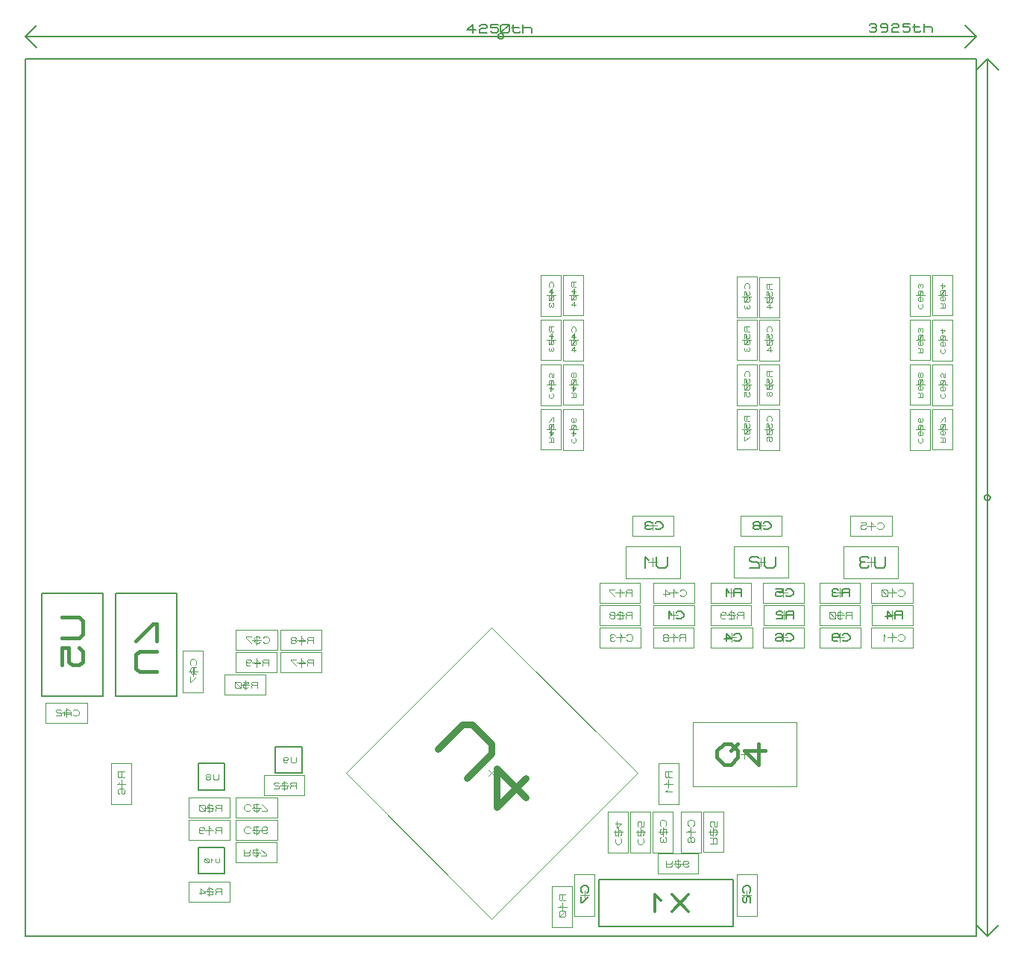
<source format=gbr>
G04 PROTEUS GERBER X2 FILE*
%TF.GenerationSoftware,Labcenter,Proteus,8.7-SP3-Build25561*%
%TF.CreationDate,2021-06-13T19:25:45+00:00*%
%TF.FileFunction,AssemblyDrawing,Bot*%
%TF.FilePolarity,Positive*%
%TF.Part,Single*%
%TF.SameCoordinates,{9c7b3d0d-a21c-4509-bc3d-39c11cb24c33}*%
%FSLAX45Y45*%
%MOMM*%
G01*
%TA.AperFunction,Material*%
%ADD153C,0.050000*%
%ADD175C,0.781660*%
%TA.AperFunction,Profile*%
%ADD46C,0.203200*%
%TA.AperFunction,Material*%
%ADD60C,0.203200*%
%ADD176C,0.100750*%
%ADD177C,0.075560*%
%TA.AperFunction,NonMaterial*%
%ADD47C,0.203200*%
%TA.AperFunction,Material*%
%ADD168C,0.095000*%
%ADD162C,0.093000*%
%ADD151C,0.389040*%
%ADD158C,0.118750*%
%ADD178C,0.208330*%
%ADD161C,0.141000*%
%ADD154C,0.116250*%
%ADD179C,0.391660*%
%ADD180C,0.316990*%
%TD.AperFunction*%
D153*
X+4214073Y-7420848D02*
X+2559443Y-5766218D01*
X+4214073Y-4111588D01*
X+5868703Y-5766218D01*
X+4214073Y-7420848D01*
X+4249428Y-5730863D02*
X+4178717Y-5801573D01*
X+4178717Y-5730863D02*
X+4249428Y-5801573D01*
D175*
X+3606081Y-5489857D02*
X+3882441Y-5213497D01*
X+3992985Y-5213497D01*
X+4214073Y-5434585D01*
X+4214074Y-5545129D01*
X+3937713Y-5821490D01*
X+4600977Y-6042578D02*
X+4269345Y-5710945D01*
X+4269345Y-6153122D01*
X+4600977Y-5821489D01*
D46*
X-1079500Y-7620000D02*
X+9715500Y-7620000D01*
X+9715500Y+2349500D01*
X-1079500Y+2349500D01*
X-1079500Y-7620000D01*
D60*
X+881990Y-5957570D02*
X+1184250Y-5957570D01*
X+1184250Y-5657850D01*
X+881990Y-5657850D01*
X+881990Y-5957570D01*
D176*
X+1113722Y-5777484D02*
X+1113722Y-5827861D01*
X+1103647Y-5837936D01*
X+1063346Y-5837936D01*
X+1053271Y-5827861D01*
X+1053271Y-5777484D01*
X+1012970Y-5807710D02*
X+1023045Y-5797635D01*
X+1023045Y-5787559D01*
X+1012970Y-5777484D01*
X+982744Y-5777484D01*
X+972669Y-5787559D01*
X+972669Y-5797635D01*
X+982744Y-5807710D01*
X+1012970Y-5807710D01*
X+1023045Y-5817785D01*
X+1023045Y-5827861D01*
X+1012970Y-5837936D01*
X+982744Y-5837936D01*
X+972669Y-5827861D01*
X+972669Y-5817785D01*
X+982744Y-5807710D01*
D60*
X+1761490Y-5767070D02*
X+2063750Y-5767070D01*
X+2063750Y-5467350D01*
X+1761490Y-5467350D01*
X+1761490Y-5767070D01*
D176*
X+1993222Y-5586984D02*
X+1993222Y-5637361D01*
X+1983147Y-5647436D01*
X+1942846Y-5647436D01*
X+1932771Y-5637361D01*
X+1932771Y-5586984D01*
X+1852169Y-5607135D02*
X+1862244Y-5617210D01*
X+1892470Y-5617210D01*
X+1902545Y-5607135D01*
X+1902545Y-5597059D01*
X+1892470Y-5586984D01*
X+1862244Y-5586984D01*
X+1852169Y-5597059D01*
X+1852169Y-5637361D01*
X+1862244Y-5647436D01*
X+1892470Y-5647436D01*
D60*
X+881990Y-6910070D02*
X+1184250Y-6910070D01*
X+1184250Y-6610350D01*
X+881990Y-6610350D01*
X+881990Y-6910070D01*
D177*
X+1123798Y-6737540D02*
X+1123798Y-6775323D01*
X+1116242Y-6782879D01*
X+1086016Y-6782879D01*
X+1078459Y-6775323D01*
X+1078459Y-6737540D01*
X+1048233Y-6752653D02*
X+1033120Y-6737540D01*
X+1033120Y-6782879D01*
X+1002894Y-6775323D02*
X+1002894Y-6745097D01*
X+995338Y-6737540D01*
X+965112Y-6737540D01*
X+957555Y-6745097D01*
X+957555Y-6775323D01*
X+965112Y-6782879D01*
X+995338Y-6782879D01*
X+1002894Y-6775323D01*
X+1002894Y-6782879D02*
X+957555Y-6737540D01*
D47*
X+9842500Y-7620000D02*
X+9842500Y+2349500D01*
X+9842500Y-7620000D02*
X+9969500Y-7493000D01*
X+9842500Y-7620000D02*
X+9715500Y-7493000D01*
X+9842500Y+2349500D02*
X+9715500Y+2222500D01*
X+9842500Y+2349500D02*
X+9969500Y+2222500D01*
X+9874250Y-2635250D02*
X+9874141Y-2632616D01*
X+9873251Y-2627347D01*
X+9871389Y-2622078D01*
X+9868346Y-2616809D01*
X+9863691Y-2611607D01*
X+9858422Y-2607781D01*
X+9853153Y-2605341D01*
X+9847884Y-2603960D01*
X+9842615Y-2603500D01*
X+9842500Y-2603500D01*
X+9810750Y-2635250D02*
X+9810859Y-2632616D01*
X+9811749Y-2627347D01*
X+9813611Y-2622078D01*
X+9816654Y-2616809D01*
X+9821309Y-2611607D01*
X+9826578Y-2607781D01*
X+9831847Y-2605341D01*
X+9837116Y-2603960D01*
X+9842385Y-2603500D01*
X+9842500Y-2603500D01*
X+9810750Y-2635250D02*
X+9810859Y-2637884D01*
X+9811749Y-2643153D01*
X+9813611Y-2648422D01*
X+9816654Y-2653691D01*
X+9821309Y-2658893D01*
X+9826578Y-2662719D01*
X+9831847Y-2665159D01*
X+9837116Y-2666540D01*
X+9842385Y-2667000D01*
X+9842500Y-2667000D01*
X+9874250Y-2635250D02*
X+9874141Y-2637884D01*
X+9873251Y-2643153D01*
X+9871389Y-2648422D01*
X+9868346Y-2653691D01*
X+9863691Y-2658893D01*
X+9858422Y-2662719D01*
X+9853153Y-2665159D01*
X+9847884Y-2666540D01*
X+9842615Y-2667000D01*
X+9842500Y-2667000D01*
X+8502015Y+2729230D02*
X+8517890Y+2744470D01*
X+8565515Y+2744470D01*
X+8581390Y+2729230D01*
X+8581390Y+2713990D01*
X+8565515Y+2698750D01*
X+8581390Y+2683510D01*
X+8581390Y+2668270D01*
X+8565515Y+2653030D01*
X+8517890Y+2653030D01*
X+8502015Y+2668270D01*
X+8533765Y+2698750D02*
X+8565515Y+2698750D01*
X+8708390Y+2713990D02*
X+8692515Y+2698750D01*
X+8644890Y+2698750D01*
X+8629015Y+2713990D01*
X+8629015Y+2729230D01*
X+8644890Y+2744470D01*
X+8692515Y+2744470D01*
X+8708390Y+2729230D01*
X+8708390Y+2668270D01*
X+8692515Y+2653030D01*
X+8644890Y+2653030D01*
X+8756015Y+2729230D02*
X+8771890Y+2744470D01*
X+8819515Y+2744470D01*
X+8835390Y+2729230D01*
X+8835390Y+2713990D01*
X+8819515Y+2698750D01*
X+8771890Y+2698750D01*
X+8756015Y+2683510D01*
X+8756015Y+2653030D01*
X+8835390Y+2653030D01*
X+8962390Y+2744470D02*
X+8883015Y+2744470D01*
X+8883015Y+2713990D01*
X+8946515Y+2713990D01*
X+8962390Y+2698750D01*
X+8962390Y+2668270D01*
X+8946515Y+2653030D01*
X+8898890Y+2653030D01*
X+8883015Y+2668270D01*
X+9010015Y+2744470D02*
X+9010015Y+2668270D01*
X+9025890Y+2653030D01*
X+9073515Y+2653030D01*
X+9089390Y+2668270D01*
X+8994140Y+2713990D02*
X+9073515Y+2713990D01*
X+9216390Y+2653030D02*
X+9216390Y+2698750D01*
X+9200515Y+2713990D01*
X+9137015Y+2713990D01*
X+9121140Y+2698750D01*
X+9121140Y+2744470D02*
X+9121140Y+2653030D01*
D153*
X+5258500Y-613500D02*
X+5258500Y-1083500D01*
X+5028500Y-1083500D01*
X+5028500Y-613500D01*
X+5258500Y-613500D01*
X+5093500Y-848500D02*
X+5193500Y-848500D01*
X+5143500Y-898500D02*
X+5143500Y-798500D01*
D168*
X+5162500Y-753500D02*
X+5172000Y-744000D01*
X+5172000Y-715500D01*
X+5153000Y-696500D01*
X+5134000Y-696500D01*
X+5115000Y-715500D01*
X+5115000Y-744000D01*
X+5124500Y-753500D01*
X+5153000Y-829500D02*
X+5153000Y-772500D01*
X+5115000Y-810500D01*
X+5172000Y-810500D01*
X+5162500Y-848500D02*
X+5124500Y-848500D01*
X+5115000Y-858000D01*
X+5115000Y-896000D01*
X+5124500Y-905500D01*
X+5162500Y-905500D01*
X+5172000Y-896000D01*
X+5172000Y-858000D01*
X+5162500Y-848500D01*
X+5172000Y-848500D02*
X+5115000Y-905500D01*
X+5153000Y-981500D02*
X+5153000Y-924500D01*
X+5115000Y-962500D01*
X+5172000Y-962500D01*
D153*
X+5258500Y-105500D02*
X+5258500Y-565500D01*
X+5028500Y-565500D01*
X+5028500Y-105500D01*
X+5258500Y-105500D01*
X+5093500Y-335500D02*
X+5193500Y-335500D01*
X+5143500Y-385500D02*
X+5143500Y-285500D01*
D162*
X+5171400Y-186700D02*
X+5115600Y-186700D01*
X+5115600Y-233200D01*
X+5124900Y-242500D01*
X+5134200Y-242500D01*
X+5143500Y-233200D01*
X+5143500Y-186700D01*
X+5143500Y-233200D02*
X+5152800Y-242500D01*
X+5171400Y-242500D01*
X+5152800Y-316900D02*
X+5152800Y-261100D01*
X+5115600Y-298300D01*
X+5171400Y-298300D01*
X+5162100Y-335500D02*
X+5124900Y-335500D01*
X+5115600Y-344800D01*
X+5115600Y-382000D01*
X+5124900Y-391300D01*
X+5162100Y-391300D01*
X+5171400Y-382000D01*
X+5171400Y-344800D01*
X+5162100Y-335500D01*
X+5171400Y-335500D02*
X+5115600Y-391300D01*
X+5152800Y-465700D02*
X+5152800Y-409900D01*
X+5115600Y-447100D01*
X+5171400Y-447100D01*
D153*
X+5004500Y-105500D02*
X+5004500Y-575500D01*
X+4774500Y-575500D01*
X+4774500Y-105500D01*
X+5004500Y-105500D01*
X+4839500Y-340500D02*
X+4939500Y-340500D01*
X+4889500Y-390500D02*
X+4889500Y-290500D01*
D168*
X+4908500Y-245500D02*
X+4918000Y-236000D01*
X+4918000Y-207500D01*
X+4899000Y-188500D01*
X+4880000Y-188500D01*
X+4861000Y-207500D01*
X+4861000Y-236000D01*
X+4870500Y-245500D01*
X+4899000Y-321500D02*
X+4899000Y-264500D01*
X+4861000Y-302500D01*
X+4918000Y-302500D01*
X+4908500Y-340500D02*
X+4870500Y-340500D01*
X+4861000Y-350000D01*
X+4861000Y-388000D01*
X+4870500Y-397500D01*
X+4908500Y-397500D01*
X+4918000Y-388000D01*
X+4918000Y-350000D01*
X+4908500Y-340500D01*
X+4918000Y-340500D02*
X+4861000Y-397500D01*
X+4870500Y-426000D02*
X+4861000Y-435500D01*
X+4861000Y-464000D01*
X+4870500Y-473500D01*
X+4880000Y-473500D01*
X+4889500Y-464000D01*
X+4899000Y-473500D01*
X+4908500Y-473500D01*
X+4918000Y-464000D01*
X+4918000Y-435500D01*
X+4908500Y-426000D01*
X+4889500Y-445000D02*
X+4889500Y-464000D01*
D153*
X+5004500Y-613500D02*
X+5004500Y-1073500D01*
X+4774500Y-1073500D01*
X+4774500Y-613500D01*
X+5004500Y-613500D01*
X+4839500Y-843500D02*
X+4939500Y-843500D01*
X+4889500Y-893500D02*
X+4889500Y-793500D01*
D162*
X+4917400Y-694700D02*
X+4861600Y-694700D01*
X+4861600Y-741200D01*
X+4870900Y-750500D01*
X+4880200Y-750500D01*
X+4889500Y-741200D01*
X+4889500Y-694700D01*
X+4889500Y-741200D02*
X+4898800Y-750500D01*
X+4917400Y-750500D01*
X+4898800Y-824900D02*
X+4898800Y-769100D01*
X+4861600Y-806300D01*
X+4917400Y-806300D01*
X+4908100Y-843500D02*
X+4870900Y-843500D01*
X+4861600Y-852800D01*
X+4861600Y-890000D01*
X+4870900Y-899300D01*
X+4908100Y-899300D01*
X+4917400Y-890000D01*
X+4917400Y-852800D01*
X+4908100Y-843500D01*
X+4917400Y-843500D02*
X+4861600Y-899300D01*
X+4870900Y-927200D02*
X+4861600Y-936500D01*
X+4861600Y-964400D01*
X+4870900Y-973700D01*
X+4880200Y-973700D01*
X+4889500Y-964400D01*
X+4898800Y-973700D01*
X+4908100Y-973700D01*
X+4917400Y-964400D01*
X+4917400Y-936500D01*
X+4908100Y-927200D01*
X+4889500Y-945800D02*
X+4889500Y-964400D01*
D60*
X-895350Y-4889500D02*
X-196850Y-4889500D01*
X-196850Y-3722370D01*
X-895350Y-3722370D01*
X-895350Y-4889500D01*
D151*
X-662813Y-3994701D02*
X-468291Y-3994701D01*
X-429387Y-4033605D01*
X-429387Y-4189222D01*
X-468291Y-4228126D01*
X-662813Y-4228126D01*
X-662813Y-4539360D02*
X-662813Y-4344839D01*
X-585004Y-4344839D01*
X-585004Y-4500456D01*
X-546100Y-4539360D01*
X-468291Y-4539360D01*
X-429387Y-4500456D01*
X-429387Y-4383743D01*
X-468291Y-4344839D01*
D60*
X-57150Y-4889500D02*
X+641350Y-4889500D01*
X+641350Y-3722370D01*
X-57150Y-3722370D01*
X-57150Y-4889500D01*
D151*
X+408813Y-4617169D02*
X+214291Y-4617169D01*
X+175387Y-4578265D01*
X+175387Y-4422648D01*
X+214291Y-4383744D01*
X+408813Y-4383744D01*
X+408813Y-4267031D02*
X+408813Y-4072510D01*
X+369909Y-4072510D01*
X+175387Y-4267031D01*
D47*
X+9715500Y+2603500D02*
X-1079500Y+2603500D01*
X+9715500Y+2603500D02*
X+9588500Y+2730500D01*
X+9715500Y+2603500D02*
X+9588500Y+2476500D01*
X-1079500Y+2603500D02*
X-952500Y+2476500D01*
X-1079500Y+2603500D02*
X-952500Y+2730500D01*
X+4349750Y+2603500D02*
X+4349641Y+2606134D01*
X+4348751Y+2611403D01*
X+4346889Y+2616672D01*
X+4343846Y+2621941D01*
X+4339191Y+2627143D01*
X+4333922Y+2630969D01*
X+4328653Y+2633409D01*
X+4323384Y+2634790D01*
X+4318115Y+2635250D01*
X+4318000Y+2635250D01*
X+4286250Y+2603500D02*
X+4286359Y+2606134D01*
X+4287249Y+2611403D01*
X+4289111Y+2616672D01*
X+4292154Y+2621941D01*
X+4296809Y+2627143D01*
X+4302078Y+2630969D01*
X+4307347Y+2633409D01*
X+4312616Y+2634790D01*
X+4317885Y+2635250D01*
X+4318000Y+2635250D01*
X+4286250Y+2603500D02*
X+4286359Y+2600866D01*
X+4287249Y+2595597D01*
X+4289111Y+2590328D01*
X+4292154Y+2585059D01*
X+4296809Y+2579857D01*
X+4302078Y+2576031D01*
X+4307347Y+2573591D01*
X+4312616Y+2572210D01*
X+4317885Y+2571750D01*
X+4318000Y+2571750D01*
X+4349750Y+2603500D02*
X+4349641Y+2600866D01*
X+4348751Y+2595597D01*
X+4346889Y+2590328D01*
X+4343846Y+2585059D01*
X+4339191Y+2579857D01*
X+4333922Y+2576031D01*
X+4328653Y+2573591D01*
X+4323384Y+2572210D01*
X+4318115Y+2571750D01*
X+4318000Y+2571750D01*
X+4032250Y+2674620D02*
X+3937000Y+2674620D01*
X+4000500Y+2735580D01*
X+4000500Y+2644140D01*
X+4079875Y+2720340D02*
X+4095750Y+2735580D01*
X+4143375Y+2735580D01*
X+4159250Y+2720340D01*
X+4159250Y+2705100D01*
X+4143375Y+2689860D01*
X+4095750Y+2689860D01*
X+4079875Y+2674620D01*
X+4079875Y+2644140D01*
X+4159250Y+2644140D01*
X+4286250Y+2735580D02*
X+4206875Y+2735580D01*
X+4206875Y+2705100D01*
X+4270375Y+2705100D01*
X+4286250Y+2689860D01*
X+4286250Y+2659380D01*
X+4270375Y+2644140D01*
X+4222750Y+2644140D01*
X+4206875Y+2659380D01*
X+4318000Y+2659380D02*
X+4318000Y+2720340D01*
X+4333875Y+2735580D01*
X+4397375Y+2735580D01*
X+4413250Y+2720340D01*
X+4413250Y+2659380D01*
X+4397375Y+2644140D01*
X+4333875Y+2644140D01*
X+4318000Y+2659380D01*
X+4318000Y+2644140D02*
X+4413250Y+2735580D01*
X+4460875Y+2735580D02*
X+4460875Y+2659380D01*
X+4476750Y+2644140D01*
X+4524375Y+2644140D01*
X+4540250Y+2659380D01*
X+4445000Y+2705100D02*
X+4524375Y+2705100D01*
X+4667250Y+2644140D02*
X+4667250Y+2689860D01*
X+4651375Y+2705100D01*
X+4587875Y+2705100D01*
X+4572000Y+2689860D01*
X+4572000Y+2735580D02*
X+4572000Y+2644140D01*
D153*
X-377000Y-5195000D02*
X-847000Y-5195000D01*
X-847000Y-4965000D01*
X-377000Y-4965000D01*
X-377000Y-5195000D01*
X-612000Y-5030000D02*
X-612000Y-5130000D01*
X-662000Y-5080000D02*
X-562000Y-5080000D01*
D158*
X-540750Y-5103750D02*
X-528875Y-5115625D01*
X-493250Y-5115625D01*
X-469500Y-5091875D01*
X-469500Y-5068125D01*
X-493250Y-5044375D01*
X-528875Y-5044375D01*
X-540750Y-5056250D01*
X-564500Y-5115625D02*
X-564500Y-5068125D01*
X-588250Y-5044375D01*
X-612000Y-5044375D01*
X-635750Y-5068125D01*
X-635750Y-5115625D01*
X-564500Y-5091875D02*
X-635750Y-5091875D01*
X-671375Y-5056250D02*
X-683250Y-5044375D01*
X-718875Y-5044375D01*
X-730750Y-5056250D01*
X-730750Y-5068125D01*
X-718875Y-5080000D01*
X-683250Y-5080000D01*
X-671375Y-5091875D01*
X-671375Y-5115625D01*
X-730750Y-5115625D01*
D153*
X+710500Y-4847500D02*
X+710500Y-4377500D01*
X+940500Y-4377500D01*
X+940500Y-4847500D01*
X+710500Y-4847500D01*
X+875500Y-4612500D02*
X+775500Y-4612500D01*
X+825500Y-4562500D02*
X+825500Y-4662500D01*
D158*
X+849250Y-4541250D02*
X+861125Y-4529375D01*
X+861125Y-4493750D01*
X+837375Y-4470000D01*
X+813625Y-4470000D01*
X+789875Y-4493750D01*
X+789875Y-4529375D01*
X+801750Y-4541250D01*
X+861125Y-4565000D02*
X+813625Y-4565000D01*
X+789875Y-4588750D01*
X+789875Y-4612500D01*
X+813625Y-4636250D01*
X+861125Y-4636250D01*
X+837375Y-4565000D02*
X+837375Y-4636250D01*
X+789875Y-4671875D02*
X+789875Y-4731250D01*
X+801750Y-4731250D01*
X+861125Y-4671875D01*
D153*
X+5004500Y-1121500D02*
X+5004500Y-1591500D01*
X+4774500Y-1591500D01*
X+4774500Y-1121500D01*
X+5004500Y-1121500D01*
X+4839500Y-1356500D02*
X+4939500Y-1356500D01*
X+4889500Y-1406500D02*
X+4889500Y-1306500D01*
D168*
X+4870500Y-1451500D02*
X+4861000Y-1461000D01*
X+4861000Y-1489500D01*
X+4880000Y-1508500D01*
X+4899000Y-1508500D01*
X+4918000Y-1489500D01*
X+4918000Y-1461000D01*
X+4908500Y-1451500D01*
X+4880000Y-1375500D02*
X+4880000Y-1432500D01*
X+4918000Y-1394500D01*
X+4861000Y-1394500D01*
X+4870500Y-1356500D02*
X+4908500Y-1356500D01*
X+4918000Y-1347000D01*
X+4918000Y-1309000D01*
X+4908500Y-1299500D01*
X+4870500Y-1299500D01*
X+4861000Y-1309000D01*
X+4861000Y-1347000D01*
X+4870500Y-1356500D01*
X+4861000Y-1356500D02*
X+4918000Y-1299500D01*
X+4918000Y-1223500D02*
X+4918000Y-1271000D01*
X+4899000Y-1271000D01*
X+4899000Y-1233000D01*
X+4889500Y-1223500D01*
X+4870500Y-1223500D01*
X+4861000Y-1233000D01*
X+4861000Y-1261500D01*
X+4870500Y-1271000D01*
D153*
X+5258500Y-1629500D02*
X+5258500Y-2099500D01*
X+5028500Y-2099500D01*
X+5028500Y-1629500D01*
X+5258500Y-1629500D01*
X+5093500Y-1864500D02*
X+5193500Y-1864500D01*
X+5143500Y-1914500D02*
X+5143500Y-1814500D01*
D168*
X+5124500Y-1959500D02*
X+5115000Y-1969000D01*
X+5115000Y-1997500D01*
X+5134000Y-2016500D01*
X+5153000Y-2016500D01*
X+5172000Y-1997500D01*
X+5172000Y-1969000D01*
X+5162500Y-1959500D01*
X+5134000Y-1883500D02*
X+5134000Y-1940500D01*
X+5172000Y-1902500D01*
X+5115000Y-1902500D01*
X+5124500Y-1864500D02*
X+5162500Y-1864500D01*
X+5172000Y-1855000D01*
X+5172000Y-1817000D01*
X+5162500Y-1807500D01*
X+5124500Y-1807500D01*
X+5115000Y-1817000D01*
X+5115000Y-1855000D01*
X+5124500Y-1864500D01*
X+5115000Y-1864500D02*
X+5172000Y-1807500D01*
X+5162500Y-1731500D02*
X+5172000Y-1741000D01*
X+5172000Y-1769500D01*
X+5162500Y-1779000D01*
X+5124500Y-1779000D01*
X+5115000Y-1769500D01*
X+5115000Y-1741000D01*
X+5124500Y-1731500D01*
X+5134000Y-1731500D01*
X+5143500Y-1741000D01*
X+5143500Y-1779000D01*
D153*
X+5004500Y-1629500D02*
X+5004500Y-2089500D01*
X+4774500Y-2089500D01*
X+4774500Y-1629500D01*
X+5004500Y-1629500D01*
X+4839500Y-1859500D02*
X+4939500Y-1859500D01*
X+4889500Y-1909500D02*
X+4889500Y-1809500D01*
D162*
X+4861600Y-2008300D02*
X+4917400Y-2008300D01*
X+4917400Y-1961800D01*
X+4908100Y-1952500D01*
X+4898800Y-1952500D01*
X+4889500Y-1961800D01*
X+4889500Y-2008300D01*
X+4889500Y-1961800D02*
X+4880200Y-1952500D01*
X+4861600Y-1952500D01*
X+4880200Y-1878100D02*
X+4880200Y-1933900D01*
X+4917400Y-1896700D01*
X+4861600Y-1896700D01*
X+4870900Y-1859500D02*
X+4908100Y-1859500D01*
X+4917400Y-1850200D01*
X+4917400Y-1813000D01*
X+4908100Y-1803700D01*
X+4870900Y-1803700D01*
X+4861600Y-1813000D01*
X+4861600Y-1850200D01*
X+4870900Y-1859500D01*
X+4861600Y-1859500D02*
X+4917400Y-1803700D01*
X+4917400Y-1775800D02*
X+4917400Y-1729300D01*
X+4908100Y-1729300D01*
X+4861600Y-1775800D01*
D153*
X+5258500Y-1121500D02*
X+5258500Y-1581500D01*
X+5028500Y-1581500D01*
X+5028500Y-1121500D01*
X+5258500Y-1121500D01*
X+5093500Y-1351500D02*
X+5193500Y-1351500D01*
X+5143500Y-1401500D02*
X+5143500Y-1301500D01*
D162*
X+5115600Y-1500300D02*
X+5171400Y-1500300D01*
X+5171400Y-1453800D01*
X+5162100Y-1444500D01*
X+5152800Y-1444500D01*
X+5143500Y-1453800D01*
X+5143500Y-1500300D01*
X+5143500Y-1453800D02*
X+5134200Y-1444500D01*
X+5115600Y-1444500D01*
X+5134200Y-1370100D02*
X+5134200Y-1425900D01*
X+5171400Y-1388700D01*
X+5115600Y-1388700D01*
X+5124900Y-1351500D02*
X+5162100Y-1351500D01*
X+5171400Y-1342200D01*
X+5171400Y-1305000D01*
X+5162100Y-1295700D01*
X+5124900Y-1295700D01*
X+5115600Y-1305000D01*
X+5115600Y-1342200D01*
X+5124900Y-1351500D01*
X+5115600Y-1351500D02*
X+5171400Y-1295700D01*
X+5143500Y-1258500D02*
X+5152800Y-1267800D01*
X+5162100Y-1267800D01*
X+5171400Y-1258500D01*
X+5171400Y-1230600D01*
X+5162100Y-1221300D01*
X+5152800Y-1221300D01*
X+5143500Y-1230600D01*
X+5143500Y-1258500D01*
X+5134200Y-1267800D01*
X+5124900Y-1267800D01*
X+5115600Y-1258500D01*
X+5115600Y-1230600D01*
X+5124900Y-1221300D01*
X+5134200Y-1221300D01*
X+5143500Y-1230600D01*
D153*
X+6354000Y-3550902D02*
X+5734000Y-3550902D01*
X+5734000Y-3190902D01*
X+6354000Y-3190902D01*
X+6354000Y-3550902D01*
X+6044000Y-3320902D02*
X+6044000Y-3420902D01*
X+5994000Y-3370902D02*
X+6094000Y-3370902D01*
D178*
X+6210666Y-3308402D02*
X+6210666Y-3412569D01*
X+6189833Y-3433402D01*
X+6106500Y-3433402D01*
X+6085667Y-3412569D01*
X+6085667Y-3308402D01*
X+6002334Y-3350069D02*
X+5960667Y-3308402D01*
X+5960667Y-3433402D01*
D153*
X+7581107Y-3550533D02*
X+6961107Y-3550533D01*
X+6961107Y-3190533D01*
X+7581107Y-3190533D01*
X+7581107Y-3550533D01*
X+7271107Y-3320533D02*
X+7271107Y-3420533D01*
X+7221107Y-3370533D02*
X+7321107Y-3370533D01*
D178*
X+7437773Y-3308033D02*
X+7437773Y-3412200D01*
X+7416940Y-3433033D01*
X+7333607Y-3433033D01*
X+7312774Y-3412200D01*
X+7312774Y-3308033D01*
X+7250274Y-3328866D02*
X+7229441Y-3308033D01*
X+7166941Y-3308033D01*
X+7146108Y-3328866D01*
X+7146108Y-3349700D01*
X+7166941Y-3370533D01*
X+7229441Y-3370533D01*
X+7250274Y-3391366D01*
X+7250274Y-3433033D01*
X+7146108Y-3433033D01*
D153*
X+8830869Y-3552033D02*
X+8210869Y-3552033D01*
X+8210869Y-3192033D01*
X+8830869Y-3192033D01*
X+8830869Y-3552033D01*
X+8520869Y-3322033D02*
X+8520869Y-3422033D01*
X+8470869Y-3372033D02*
X+8570869Y-3372033D01*
D178*
X+8687535Y-3309533D02*
X+8687535Y-3413700D01*
X+8666702Y-3434533D01*
X+8583369Y-3434533D01*
X+8562536Y-3413700D01*
X+8562536Y-3309533D01*
X+8500036Y-3330366D02*
X+8479203Y-3309533D01*
X+8416703Y-3309533D01*
X+8395870Y-3330366D01*
X+8395870Y-3351200D01*
X+8416703Y-3372033D01*
X+8395870Y-3392866D01*
X+8395870Y-3413700D01*
X+8416703Y-3434533D01*
X+8479203Y-3434533D01*
X+8500036Y-3413700D01*
X+8458370Y-3372033D02*
X+8416703Y-3372033D01*
D153*
X+6280500Y-3072402D02*
X+5810500Y-3072402D01*
X+5810500Y-2842402D01*
X+6280500Y-2842402D01*
X+6280500Y-3072402D01*
X+6045500Y-2907402D02*
X+6045500Y-3007402D01*
X+5995500Y-2957402D02*
X+6095500Y-2957402D01*
D161*
X+6073700Y-2985602D02*
X+6087800Y-2999702D01*
X+6130100Y-2999702D01*
X+6158300Y-2971502D01*
X+6158300Y-2943302D01*
X+6130100Y-2915102D01*
X+6087800Y-2915102D01*
X+6073700Y-2929202D01*
X+6031400Y-2929202D02*
X+6017300Y-2915102D01*
X+5975000Y-2915102D01*
X+5960900Y-2929202D01*
X+5960900Y-2943302D01*
X+5975000Y-2957402D01*
X+5960900Y-2971502D01*
X+5960900Y-2985602D01*
X+5975000Y-2999702D01*
X+6017300Y-2999702D01*
X+6031400Y-2985602D01*
X+6003200Y-2957402D02*
X+5975000Y-2957402D01*
D153*
X+7507607Y-3072033D02*
X+7037607Y-3072033D01*
X+7037607Y-2842033D01*
X+7507607Y-2842033D01*
X+7507607Y-3072033D01*
X+7272607Y-2907033D02*
X+7272607Y-3007033D01*
X+7222607Y-2957033D02*
X+7322607Y-2957033D01*
D161*
X+7300807Y-2985233D02*
X+7314907Y-2999333D01*
X+7357207Y-2999333D01*
X+7385407Y-2971133D01*
X+7385407Y-2942933D01*
X+7357207Y-2914733D01*
X+7314907Y-2914733D01*
X+7300807Y-2928833D01*
X+7244407Y-2957033D02*
X+7258507Y-2942933D01*
X+7258507Y-2928833D01*
X+7244407Y-2914733D01*
X+7202107Y-2914733D01*
X+7188007Y-2928833D01*
X+7188007Y-2942933D01*
X+7202107Y-2957033D01*
X+7244407Y-2957033D01*
X+7258507Y-2971133D01*
X+7258507Y-2985233D01*
X+7244407Y-2999333D01*
X+7202107Y-2999333D01*
X+7188007Y-2985233D01*
X+7188007Y-2971133D01*
X+7202107Y-2957033D01*
D153*
X+8757369Y-3073533D02*
X+8287369Y-3073533D01*
X+8287369Y-2843533D01*
X+8757369Y-2843533D01*
X+8757369Y-3073533D01*
X+8522369Y-2908533D02*
X+8522369Y-3008533D01*
X+8472369Y-2958533D02*
X+8572369Y-2958533D01*
D158*
X+8593619Y-2982283D02*
X+8605494Y-2994158D01*
X+8641119Y-2994158D01*
X+8664869Y-2970408D01*
X+8664869Y-2946658D01*
X+8641119Y-2922908D01*
X+8605494Y-2922908D01*
X+8593619Y-2934783D01*
X+8546119Y-2946658D02*
X+8522369Y-2922908D01*
X+8522369Y-2994158D01*
X+8403619Y-2922908D02*
X+8462994Y-2922908D01*
X+8462994Y-2946658D01*
X+8415494Y-2946658D01*
X+8403619Y-2958533D01*
X+8403619Y-2982283D01*
X+8415494Y-2994158D01*
X+8451119Y-2994158D01*
X+8462994Y-2982283D01*
D153*
X+6517000Y-3834402D02*
X+6047000Y-3834402D01*
X+6047000Y-3604402D01*
X+6517000Y-3604402D01*
X+6517000Y-3834402D01*
X+6282000Y-3669402D02*
X+6282000Y-3769402D01*
X+6232000Y-3719402D02*
X+6332000Y-3719402D01*
D158*
X+6353250Y-3743152D02*
X+6365125Y-3755027D01*
X+6400750Y-3755027D01*
X+6424500Y-3731277D01*
X+6424500Y-3707527D01*
X+6400750Y-3683777D01*
X+6365125Y-3683777D01*
X+6353250Y-3695652D01*
X+6305750Y-3707527D02*
X+6282000Y-3683777D01*
X+6282000Y-3755027D01*
X+6163250Y-3731277D02*
X+6234500Y-3731277D01*
X+6187000Y-3683777D01*
X+6187000Y-3755027D01*
D153*
X+7761607Y-3834033D02*
X+7291607Y-3834033D01*
X+7291607Y-3604033D01*
X+7761607Y-3604033D01*
X+7761607Y-3834033D01*
X+7526607Y-3669033D02*
X+7526607Y-3769033D01*
X+7476607Y-3719033D02*
X+7576607Y-3719033D01*
D161*
X+7554807Y-3747233D02*
X+7568907Y-3761333D01*
X+7611207Y-3761333D01*
X+7639407Y-3733133D01*
X+7639407Y-3704933D01*
X+7611207Y-3676733D01*
X+7568907Y-3676733D01*
X+7554807Y-3690833D01*
X+7442007Y-3676733D02*
X+7512507Y-3676733D01*
X+7512507Y-3704933D01*
X+7456107Y-3704933D01*
X+7442007Y-3719033D01*
X+7442007Y-3747233D01*
X+7456107Y-3761333D01*
X+7498407Y-3761333D01*
X+7512507Y-3747233D01*
D153*
X+8993869Y-3834033D02*
X+8523869Y-3834033D01*
X+8523869Y-3604033D01*
X+8993869Y-3604033D01*
X+8993869Y-3834033D01*
X+8758869Y-3669033D02*
X+8758869Y-3769033D01*
X+8708869Y-3719033D02*
X+8808869Y-3719033D01*
D158*
X+8830119Y-3742783D02*
X+8841994Y-3754658D01*
X+8877619Y-3754658D01*
X+8901369Y-3730908D01*
X+8901369Y-3707158D01*
X+8877619Y-3683408D01*
X+8841994Y-3683408D01*
X+8830119Y-3695283D01*
X+8782619Y-3707158D02*
X+8758869Y-3683408D01*
X+8758869Y-3754658D01*
X+8711369Y-3742783D02*
X+8711369Y-3695283D01*
X+8699494Y-3683408D01*
X+8651994Y-3683408D01*
X+8640119Y-3695283D01*
X+8640119Y-3742783D01*
X+8651994Y-3754658D01*
X+8699494Y-3754658D01*
X+8711369Y-3742783D01*
X+8711369Y-3754658D02*
X+8640119Y-3683408D01*
D153*
X+6517000Y-4088402D02*
X+6047000Y-4088402D01*
X+6047000Y-3858402D01*
X+6517000Y-3858402D01*
X+6517000Y-4088402D01*
X+6282000Y-3923402D02*
X+6282000Y-4023402D01*
X+6232000Y-3973402D02*
X+6332000Y-3973402D01*
D161*
X+6310200Y-4001602D02*
X+6324300Y-4015702D01*
X+6366600Y-4015702D01*
X+6394800Y-3987502D01*
X+6394800Y-3959302D01*
X+6366600Y-3931102D01*
X+6324300Y-3931102D01*
X+6310200Y-3945202D01*
X+6253800Y-3959302D02*
X+6225600Y-3931102D01*
X+6225600Y-4015702D01*
D153*
X+5909500Y-4342402D02*
X+5439500Y-4342402D01*
X+5439500Y-4112402D01*
X+5909500Y-4112402D01*
X+5909500Y-4342402D01*
X+5674500Y-4177402D02*
X+5674500Y-4277402D01*
X+5624500Y-4227402D02*
X+5724500Y-4227402D01*
D158*
X+5745750Y-4251152D02*
X+5757625Y-4263027D01*
X+5793250Y-4263027D01*
X+5817000Y-4239277D01*
X+5817000Y-4215527D01*
X+5793250Y-4191777D01*
X+5757625Y-4191777D01*
X+5745750Y-4203652D01*
X+5698250Y-4215527D02*
X+5674500Y-4191777D01*
X+5674500Y-4263027D01*
X+5615125Y-4203652D02*
X+5603250Y-4191777D01*
X+5567625Y-4191777D01*
X+5555750Y-4203652D01*
X+5555750Y-4215527D01*
X+5567625Y-4227402D01*
X+5555750Y-4239277D01*
X+5555750Y-4251152D01*
X+5567625Y-4263027D01*
X+5603250Y-4263027D01*
X+5615125Y-4251152D01*
X+5591375Y-4227402D02*
X+5567625Y-4227402D01*
D153*
X+5439500Y-3604402D02*
X+5899500Y-3604402D01*
X+5899500Y-3834402D01*
X+5439500Y-3834402D01*
X+5439500Y-3604402D01*
X+5669500Y-3769402D02*
X+5669500Y-3669402D01*
X+5719500Y-3719402D02*
X+5619500Y-3719402D01*
D154*
X+5809000Y-3754277D02*
X+5809000Y-3684527D01*
X+5750875Y-3684527D01*
X+5739250Y-3696152D01*
X+5739250Y-3707777D01*
X+5750875Y-3719402D01*
X+5809000Y-3719402D01*
X+5750875Y-3719402D02*
X+5739250Y-3731027D01*
X+5739250Y-3754277D01*
X+5692750Y-3707777D02*
X+5669500Y-3684527D01*
X+5669500Y-3754277D01*
X+5611375Y-3684527D02*
X+5553250Y-3684527D01*
X+5553250Y-3696152D01*
X+5611375Y-3754277D01*
D153*
X+6507000Y-4342402D02*
X+6047000Y-4342402D01*
X+6047000Y-4112402D01*
X+6507000Y-4112402D01*
X+6507000Y-4342402D01*
X+6277000Y-4177402D02*
X+6277000Y-4277402D01*
X+6227000Y-4227402D02*
X+6327000Y-4227402D01*
D154*
X+6416500Y-4262277D02*
X+6416500Y-4192527D01*
X+6358375Y-4192527D01*
X+6346750Y-4204152D01*
X+6346750Y-4215777D01*
X+6358375Y-4227402D01*
X+6416500Y-4227402D01*
X+6358375Y-4227402D02*
X+6346750Y-4239027D01*
X+6346750Y-4262277D01*
X+6300250Y-4215777D02*
X+6277000Y-4192527D01*
X+6277000Y-4262277D01*
X+6207250Y-4227402D02*
X+6218875Y-4215777D01*
X+6218875Y-4204152D01*
X+6207250Y-4192527D01*
X+6172375Y-4192527D01*
X+6160750Y-4204152D01*
X+6160750Y-4215777D01*
X+6172375Y-4227402D01*
X+6207250Y-4227402D01*
X+6218875Y-4239027D01*
X+6218875Y-4250652D01*
X+6207250Y-4262277D01*
X+6172375Y-4262277D01*
X+6160750Y-4250652D01*
X+6160750Y-4239027D01*
X+6172375Y-4227402D01*
D153*
X+5899500Y-4088402D02*
X+5439500Y-4088402D01*
X+5439500Y-3858402D01*
X+5899500Y-3858402D01*
X+5899500Y-4088402D01*
X+5669500Y-3923402D02*
X+5669500Y-4023402D01*
X+5619500Y-3973402D02*
X+5719500Y-3973402D01*
D154*
X+5809000Y-4008277D02*
X+5809000Y-3938527D01*
X+5750875Y-3938527D01*
X+5739250Y-3950152D01*
X+5739250Y-3961777D01*
X+5750875Y-3973402D01*
X+5809000Y-3973402D01*
X+5750875Y-3973402D02*
X+5739250Y-3985027D01*
X+5739250Y-4008277D01*
X+5704375Y-3950152D02*
X+5692750Y-3938527D01*
X+5657875Y-3938527D01*
X+5646250Y-3950152D01*
X+5646250Y-3961777D01*
X+5657875Y-3973402D01*
X+5692750Y-3973402D01*
X+5704375Y-3985027D01*
X+5704375Y-4008277D01*
X+5646250Y-4008277D01*
X+5599750Y-3973402D02*
X+5611375Y-3961777D01*
X+5611375Y-3950152D01*
X+5599750Y-3938527D01*
X+5564875Y-3938527D01*
X+5553250Y-3950152D01*
X+5553250Y-3961777D01*
X+5564875Y-3973402D01*
X+5599750Y-3973402D01*
X+5611375Y-3985027D01*
X+5611375Y-3996652D01*
X+5599750Y-4008277D01*
X+5564875Y-4008277D01*
X+5553250Y-3996652D01*
X+5553250Y-3985027D01*
X+5564875Y-3973402D01*
D153*
X+6702607Y-3604033D02*
X+7162607Y-3604033D01*
X+7162607Y-3834033D01*
X+6702607Y-3834033D01*
X+6702607Y-3604033D01*
X+6932607Y-3769033D02*
X+6932607Y-3669033D01*
X+6982607Y-3719033D02*
X+6882607Y-3719033D01*
D161*
X+7045407Y-3761333D02*
X+7045407Y-3676733D01*
X+6974907Y-3676733D01*
X+6960807Y-3690833D01*
X+6960807Y-3704933D01*
X+6974907Y-3719033D01*
X+7045407Y-3719033D01*
X+6974907Y-3719033D02*
X+6960807Y-3733133D01*
X+6960807Y-3761333D01*
X+6904407Y-3704933D02*
X+6876207Y-3676733D01*
X+6876207Y-3761333D01*
D153*
X+7761607Y-4088033D02*
X+7301607Y-4088033D01*
X+7301607Y-3858033D01*
X+7761607Y-3858033D01*
X+7761607Y-4088033D01*
X+7531607Y-3923033D02*
X+7531607Y-4023033D01*
X+7481607Y-3973033D02*
X+7581607Y-3973033D01*
D161*
X+7644407Y-4015333D02*
X+7644407Y-3930733D01*
X+7573907Y-3930733D01*
X+7559807Y-3944833D01*
X+7559807Y-3958933D01*
X+7573907Y-3973033D01*
X+7644407Y-3973033D01*
X+7573907Y-3973033D02*
X+7559807Y-3987133D01*
X+7559807Y-4015333D01*
X+7517507Y-3944833D02*
X+7503407Y-3930733D01*
X+7461107Y-3930733D01*
X+7447007Y-3944833D01*
X+7447007Y-3958933D01*
X+7461107Y-3973033D01*
X+7503407Y-3973033D01*
X+7517507Y-3987133D01*
X+7517507Y-4015333D01*
X+7447007Y-4015333D01*
D153*
X+7162607Y-4088033D02*
X+6702607Y-4088033D01*
X+6702607Y-3858033D01*
X+7162607Y-3858033D01*
X+7162607Y-4088033D01*
X+6932607Y-3923033D02*
X+6932607Y-4023033D01*
X+6882607Y-3973033D02*
X+6982607Y-3973033D01*
D154*
X+7072107Y-4007908D02*
X+7072107Y-3938158D01*
X+7013982Y-3938158D01*
X+7002357Y-3949783D01*
X+7002357Y-3961408D01*
X+7013982Y-3973033D01*
X+7072107Y-3973033D01*
X+7013982Y-3973033D02*
X+7002357Y-3984658D01*
X+7002357Y-4007908D01*
X+6967482Y-3949783D02*
X+6955857Y-3938158D01*
X+6920982Y-3938158D01*
X+6909357Y-3949783D01*
X+6909357Y-3961408D01*
X+6920982Y-3973033D01*
X+6955857Y-3973033D01*
X+6967482Y-3984658D01*
X+6967482Y-4007908D01*
X+6909357Y-4007908D01*
X+6816357Y-3961408D02*
X+6827982Y-3973033D01*
X+6862857Y-3973033D01*
X+6874482Y-3961408D01*
X+6874482Y-3949783D01*
X+6862857Y-3938158D01*
X+6827982Y-3938158D01*
X+6816357Y-3949783D01*
X+6816357Y-3996283D01*
X+6827982Y-4007908D01*
X+6862857Y-4007908D01*
D153*
X+7934869Y-3604033D02*
X+8394869Y-3604033D01*
X+8394869Y-3834033D01*
X+7934869Y-3834033D01*
X+7934869Y-3604033D01*
X+8164869Y-3769033D02*
X+8164869Y-3669033D01*
X+8214869Y-3719033D02*
X+8114869Y-3719033D01*
D161*
X+8277669Y-3761333D02*
X+8277669Y-3676733D01*
X+8207169Y-3676733D01*
X+8193069Y-3690833D01*
X+8193069Y-3704933D01*
X+8207169Y-3719033D01*
X+8277669Y-3719033D01*
X+8207169Y-3719033D02*
X+8193069Y-3733133D01*
X+8193069Y-3761333D01*
X+8150769Y-3690833D02*
X+8136669Y-3676733D01*
X+8094369Y-3676733D01*
X+8080269Y-3690833D01*
X+8080269Y-3704933D01*
X+8094369Y-3719033D01*
X+8080269Y-3733133D01*
X+8080269Y-3747233D01*
X+8094369Y-3761333D01*
X+8136669Y-3761333D01*
X+8150769Y-3747233D01*
X+8122569Y-3719033D02*
X+8094369Y-3719033D01*
D153*
X+8993869Y-4088033D02*
X+8533869Y-4088033D01*
X+8533869Y-3858033D01*
X+8993869Y-3858033D01*
X+8993869Y-4088033D01*
X+8763869Y-3923033D02*
X+8763869Y-4023033D01*
X+8713869Y-3973033D02*
X+8813869Y-3973033D01*
D161*
X+8876669Y-4015333D02*
X+8876669Y-3930733D01*
X+8806169Y-3930733D01*
X+8792069Y-3944833D01*
X+8792069Y-3958933D01*
X+8806169Y-3973033D01*
X+8876669Y-3973033D01*
X+8806169Y-3973033D02*
X+8792069Y-3987133D01*
X+8792069Y-4015333D01*
X+8679269Y-3987133D02*
X+8763869Y-3987133D01*
X+8707469Y-3930733D01*
X+8707469Y-4015333D01*
D153*
X+8394869Y-4088033D02*
X+7934869Y-4088033D01*
X+7934869Y-3858033D01*
X+8394869Y-3858033D01*
X+8394869Y-4088033D01*
X+8164869Y-3923033D02*
X+8164869Y-4023033D01*
X+8114869Y-3973033D02*
X+8214869Y-3973033D01*
D154*
X+8304369Y-4007908D02*
X+8304369Y-3938158D01*
X+8246244Y-3938158D01*
X+8234619Y-3949783D01*
X+8234619Y-3961408D01*
X+8246244Y-3973033D01*
X+8304369Y-3973033D01*
X+8246244Y-3973033D02*
X+8234619Y-3984658D01*
X+8234619Y-4007908D01*
X+8199744Y-3949783D02*
X+8188119Y-3938158D01*
X+8153244Y-3938158D01*
X+8141619Y-3949783D01*
X+8141619Y-3961408D01*
X+8153244Y-3973033D01*
X+8141619Y-3984658D01*
X+8141619Y-3996283D01*
X+8153244Y-4007908D01*
X+8188119Y-4007908D01*
X+8199744Y-3996283D01*
X+8176494Y-3973033D02*
X+8153244Y-3973033D01*
X+8118369Y-3996283D02*
X+8118369Y-3949783D01*
X+8106744Y-3938158D01*
X+8060244Y-3938158D01*
X+8048619Y-3949783D01*
X+8048619Y-3996283D01*
X+8060244Y-4007908D01*
X+8106744Y-4007908D01*
X+8118369Y-3996283D01*
X+8118369Y-4007908D02*
X+8048619Y-3938158D01*
D153*
X+7172607Y-4342033D02*
X+6702607Y-4342033D01*
X+6702607Y-4112033D01*
X+7172607Y-4112033D01*
X+7172607Y-4342033D01*
X+6937607Y-4177033D02*
X+6937607Y-4277033D01*
X+6887607Y-4227033D02*
X+6987607Y-4227033D01*
D161*
X+6965807Y-4255233D02*
X+6979907Y-4269333D01*
X+7022207Y-4269333D01*
X+7050407Y-4241133D01*
X+7050407Y-4212933D01*
X+7022207Y-4184733D01*
X+6979907Y-4184733D01*
X+6965807Y-4198833D01*
X+6853007Y-4241133D02*
X+6937607Y-4241133D01*
X+6881207Y-4184733D01*
X+6881207Y-4269333D01*
D153*
X+7761607Y-4342033D02*
X+7291607Y-4342033D01*
X+7291607Y-4112033D01*
X+7761607Y-4112033D01*
X+7761607Y-4342033D01*
X+7526607Y-4177033D02*
X+7526607Y-4277033D01*
X+7476607Y-4227033D02*
X+7576607Y-4227033D01*
D161*
X+7554807Y-4255233D02*
X+7568907Y-4269333D01*
X+7611207Y-4269333D01*
X+7639407Y-4241133D01*
X+7639407Y-4212933D01*
X+7611207Y-4184733D01*
X+7568907Y-4184733D01*
X+7554807Y-4198833D01*
X+7442007Y-4198833D02*
X+7456107Y-4184733D01*
X+7498407Y-4184733D01*
X+7512507Y-4198833D01*
X+7512507Y-4255233D01*
X+7498407Y-4269333D01*
X+7456107Y-4269333D01*
X+7442007Y-4255233D01*
X+7442007Y-4241133D01*
X+7456107Y-4227033D01*
X+7512507Y-4227033D01*
D153*
X+8404869Y-4342033D02*
X+7934869Y-4342033D01*
X+7934869Y-4112033D01*
X+8404869Y-4112033D01*
X+8404869Y-4342033D01*
X+8169869Y-4177033D02*
X+8169869Y-4277033D01*
X+8119869Y-4227033D02*
X+8219869Y-4227033D01*
D161*
X+8198069Y-4255233D02*
X+8212169Y-4269333D01*
X+8254469Y-4269333D01*
X+8282669Y-4241133D01*
X+8282669Y-4212933D01*
X+8254469Y-4184733D01*
X+8212169Y-4184733D01*
X+8198069Y-4198833D01*
X+8085269Y-4212933D02*
X+8099369Y-4227033D01*
X+8141669Y-4227033D01*
X+8155769Y-4212933D01*
X+8155769Y-4198833D01*
X+8141669Y-4184733D01*
X+8099369Y-4184733D01*
X+8085269Y-4198833D01*
X+8085269Y-4255233D01*
X+8099369Y-4269333D01*
X+8141669Y-4269333D01*
D153*
X+8993869Y-4342033D02*
X+8523869Y-4342033D01*
X+8523869Y-4112033D01*
X+8993869Y-4112033D01*
X+8993869Y-4342033D01*
X+8758869Y-4177033D02*
X+8758869Y-4277033D01*
X+8708869Y-4227033D02*
X+8808869Y-4227033D01*
D158*
X+8830119Y-4250783D02*
X+8841994Y-4262658D01*
X+8877619Y-4262658D01*
X+8901369Y-4238908D01*
X+8901369Y-4215158D01*
X+8877619Y-4191408D01*
X+8841994Y-4191408D01*
X+8830119Y-4203283D01*
X+8782619Y-4215158D02*
X+8758869Y-4191408D01*
X+8758869Y-4262658D01*
X+8687619Y-4215158D02*
X+8663869Y-4191408D01*
X+8663869Y-4262658D01*
D153*
X+7227000Y-613500D02*
X+7227000Y-1073500D01*
X+6997000Y-1073500D01*
X+6997000Y-613500D01*
X+7227000Y-613500D01*
X+7062000Y-843500D02*
X+7162000Y-843500D01*
X+7112000Y-893500D02*
X+7112000Y-793500D01*
D162*
X+7139900Y-694700D02*
X+7084100Y-694700D01*
X+7084100Y-741200D01*
X+7093400Y-750500D01*
X+7102700Y-750500D01*
X+7112000Y-741200D01*
X+7112000Y-694700D01*
X+7112000Y-741200D02*
X+7121300Y-750500D01*
X+7139900Y-750500D01*
X+7084100Y-824900D02*
X+7084100Y-778400D01*
X+7102700Y-778400D01*
X+7102700Y-815600D01*
X+7112000Y-824900D01*
X+7130600Y-824900D01*
X+7139900Y-815600D01*
X+7139900Y-787700D01*
X+7130600Y-778400D01*
X+7130600Y-843500D02*
X+7093400Y-843500D01*
X+7084100Y-852800D01*
X+7084100Y-890000D01*
X+7093400Y-899300D01*
X+7130600Y-899300D01*
X+7139900Y-890000D01*
X+7139900Y-852800D01*
X+7130600Y-843500D01*
X+7139900Y-843500D02*
X+7084100Y-899300D01*
X+7093400Y-927200D02*
X+7084100Y-936500D01*
X+7084100Y-964400D01*
X+7093400Y-973700D01*
X+7102700Y-973700D01*
X+7112000Y-964400D01*
X+7121300Y-973700D01*
X+7130600Y-973700D01*
X+7139900Y-964400D01*
X+7139900Y-936500D01*
X+7130600Y-927200D01*
X+7112000Y-945800D02*
X+7112000Y-964400D01*
D153*
X+7481000Y-133000D02*
X+7481000Y-593000D01*
X+7251000Y-593000D01*
X+7251000Y-133000D01*
X+7481000Y-133000D01*
X+7316000Y-363000D02*
X+7416000Y-363000D01*
X+7366000Y-413000D02*
X+7366000Y-313000D01*
D162*
X+7393900Y-214200D02*
X+7338100Y-214200D01*
X+7338100Y-260700D01*
X+7347400Y-270000D01*
X+7356700Y-270000D01*
X+7366000Y-260700D01*
X+7366000Y-214200D01*
X+7366000Y-260700D02*
X+7375300Y-270000D01*
X+7393900Y-270000D01*
X+7338100Y-344400D02*
X+7338100Y-297900D01*
X+7356700Y-297900D01*
X+7356700Y-335100D01*
X+7366000Y-344400D01*
X+7384600Y-344400D01*
X+7393900Y-335100D01*
X+7393900Y-307200D01*
X+7384600Y-297900D01*
X+7384600Y-363000D02*
X+7347400Y-363000D01*
X+7338100Y-372300D01*
X+7338100Y-409500D01*
X+7347400Y-418800D01*
X+7384600Y-418800D01*
X+7393900Y-409500D01*
X+7393900Y-372300D01*
X+7384600Y-363000D01*
X+7393900Y-363000D02*
X+7338100Y-418800D01*
X+7375300Y-493200D02*
X+7375300Y-437400D01*
X+7338100Y-474600D01*
X+7393900Y-474600D01*
D153*
X+7227000Y-1629500D02*
X+7227000Y-2089500D01*
X+6997000Y-2089500D01*
X+6997000Y-1629500D01*
X+7227000Y-1629500D01*
X+7062000Y-1859500D02*
X+7162000Y-1859500D01*
X+7112000Y-1909500D02*
X+7112000Y-1809500D01*
D162*
X+7139900Y-1710700D02*
X+7084100Y-1710700D01*
X+7084100Y-1757200D01*
X+7093400Y-1766500D01*
X+7102700Y-1766500D01*
X+7112000Y-1757200D01*
X+7112000Y-1710700D01*
X+7112000Y-1757200D02*
X+7121300Y-1766500D01*
X+7139900Y-1766500D01*
X+7084100Y-1840900D02*
X+7084100Y-1794400D01*
X+7102700Y-1794400D01*
X+7102700Y-1831600D01*
X+7112000Y-1840900D01*
X+7130600Y-1840900D01*
X+7139900Y-1831600D01*
X+7139900Y-1803700D01*
X+7130600Y-1794400D01*
X+7130600Y-1859500D02*
X+7093400Y-1859500D01*
X+7084100Y-1868800D01*
X+7084100Y-1906000D01*
X+7093400Y-1915300D01*
X+7130600Y-1915300D01*
X+7139900Y-1906000D01*
X+7139900Y-1868800D01*
X+7130600Y-1859500D01*
X+7139900Y-1859500D02*
X+7084100Y-1915300D01*
X+7084100Y-1943200D02*
X+7084100Y-1989700D01*
X+7093400Y-1989700D01*
X+7139900Y-1943200D01*
D153*
X+7481000Y-1121500D02*
X+7481000Y-1581500D01*
X+7251000Y-1581500D01*
X+7251000Y-1121500D01*
X+7481000Y-1121500D01*
X+7316000Y-1351500D02*
X+7416000Y-1351500D01*
X+7366000Y-1401500D02*
X+7366000Y-1301500D01*
D162*
X+7393900Y-1202700D02*
X+7338100Y-1202700D01*
X+7338100Y-1249200D01*
X+7347400Y-1258500D01*
X+7356700Y-1258500D01*
X+7366000Y-1249200D01*
X+7366000Y-1202700D01*
X+7366000Y-1249200D02*
X+7375300Y-1258500D01*
X+7393900Y-1258500D01*
X+7338100Y-1332900D02*
X+7338100Y-1286400D01*
X+7356700Y-1286400D01*
X+7356700Y-1323600D01*
X+7366000Y-1332900D01*
X+7384600Y-1332900D01*
X+7393900Y-1323600D01*
X+7393900Y-1295700D01*
X+7384600Y-1286400D01*
X+7384600Y-1351500D02*
X+7347400Y-1351500D01*
X+7338100Y-1360800D01*
X+7338100Y-1398000D01*
X+7347400Y-1407300D01*
X+7384600Y-1407300D01*
X+7393900Y-1398000D01*
X+7393900Y-1360800D01*
X+7384600Y-1351500D01*
X+7393900Y-1351500D02*
X+7338100Y-1407300D01*
X+7366000Y-1444500D02*
X+7356700Y-1435200D01*
X+7347400Y-1435200D01*
X+7338100Y-1444500D01*
X+7338100Y-1472400D01*
X+7347400Y-1481700D01*
X+7356700Y-1481700D01*
X+7366000Y-1472400D01*
X+7366000Y-1444500D01*
X+7375300Y-1435200D01*
X+7384600Y-1435200D01*
X+7393900Y-1444500D01*
X+7393900Y-1472400D01*
X+7384600Y-1481700D01*
X+7375300Y-1481700D01*
X+7366000Y-1472400D01*
D153*
X+7227000Y-123000D02*
X+7227000Y-593000D01*
X+6997000Y-593000D01*
X+6997000Y-123000D01*
X+7227000Y-123000D01*
X+7062000Y-358000D02*
X+7162000Y-358000D01*
X+7112000Y-408000D02*
X+7112000Y-308000D01*
D168*
X+7131000Y-263000D02*
X+7140500Y-253500D01*
X+7140500Y-225000D01*
X+7121500Y-206000D01*
X+7102500Y-206000D01*
X+7083500Y-225000D01*
X+7083500Y-253500D01*
X+7093000Y-263000D01*
X+7083500Y-339000D02*
X+7083500Y-291500D01*
X+7102500Y-291500D01*
X+7102500Y-329500D01*
X+7112000Y-339000D01*
X+7131000Y-339000D01*
X+7140500Y-329500D01*
X+7140500Y-301000D01*
X+7131000Y-291500D01*
X+7131000Y-358000D02*
X+7093000Y-358000D01*
X+7083500Y-367500D01*
X+7083500Y-405500D01*
X+7093000Y-415000D01*
X+7131000Y-415000D01*
X+7140500Y-405500D01*
X+7140500Y-367500D01*
X+7131000Y-358000D01*
X+7140500Y-358000D02*
X+7083500Y-415000D01*
X+7093000Y-443500D02*
X+7083500Y-453000D01*
X+7083500Y-481500D01*
X+7093000Y-491000D01*
X+7102500Y-491000D01*
X+7112000Y-481500D01*
X+7121500Y-491000D01*
X+7131000Y-491000D01*
X+7140500Y-481500D01*
X+7140500Y-453000D01*
X+7131000Y-443500D01*
X+7112000Y-462500D02*
X+7112000Y-481500D01*
D153*
X+7481000Y-613500D02*
X+7481000Y-1083500D01*
X+7251000Y-1083500D01*
X+7251000Y-613500D01*
X+7481000Y-613500D01*
X+7316000Y-848500D02*
X+7416000Y-848500D01*
X+7366000Y-898500D02*
X+7366000Y-798500D01*
D168*
X+7385000Y-753500D02*
X+7394500Y-744000D01*
X+7394500Y-715500D01*
X+7375500Y-696500D01*
X+7356500Y-696500D01*
X+7337500Y-715500D01*
X+7337500Y-744000D01*
X+7347000Y-753500D01*
X+7337500Y-829500D02*
X+7337500Y-782000D01*
X+7356500Y-782000D01*
X+7356500Y-820000D01*
X+7366000Y-829500D01*
X+7385000Y-829500D01*
X+7394500Y-820000D01*
X+7394500Y-791500D01*
X+7385000Y-782000D01*
X+7385000Y-848500D02*
X+7347000Y-848500D01*
X+7337500Y-858000D01*
X+7337500Y-896000D01*
X+7347000Y-905500D01*
X+7385000Y-905500D01*
X+7394500Y-896000D01*
X+7394500Y-858000D01*
X+7385000Y-848500D01*
X+7394500Y-848500D02*
X+7337500Y-905500D01*
X+7375500Y-981500D02*
X+7375500Y-924500D01*
X+7337500Y-962500D01*
X+7394500Y-962500D01*
D153*
X+7227000Y-1121500D02*
X+7227000Y-1591500D01*
X+6997000Y-1591500D01*
X+6997000Y-1121500D01*
X+7227000Y-1121500D01*
X+7062000Y-1356500D02*
X+7162000Y-1356500D01*
X+7112000Y-1406500D02*
X+7112000Y-1306500D01*
D168*
X+7131000Y-1261500D02*
X+7140500Y-1252000D01*
X+7140500Y-1223500D01*
X+7121500Y-1204500D01*
X+7102500Y-1204500D01*
X+7083500Y-1223500D01*
X+7083500Y-1252000D01*
X+7093000Y-1261500D01*
X+7083500Y-1337500D02*
X+7083500Y-1290000D01*
X+7102500Y-1290000D01*
X+7102500Y-1328000D01*
X+7112000Y-1337500D01*
X+7131000Y-1337500D01*
X+7140500Y-1328000D01*
X+7140500Y-1299500D01*
X+7131000Y-1290000D01*
X+7131000Y-1356500D02*
X+7093000Y-1356500D01*
X+7083500Y-1366000D01*
X+7083500Y-1404000D01*
X+7093000Y-1413500D01*
X+7131000Y-1413500D01*
X+7140500Y-1404000D01*
X+7140500Y-1366000D01*
X+7131000Y-1356500D01*
X+7140500Y-1356500D02*
X+7083500Y-1413500D01*
X+7083500Y-1489500D02*
X+7083500Y-1442000D01*
X+7102500Y-1442000D01*
X+7102500Y-1480000D01*
X+7112000Y-1489500D01*
X+7131000Y-1489500D01*
X+7140500Y-1480000D01*
X+7140500Y-1451500D01*
X+7131000Y-1442000D01*
D153*
X+7481000Y-1629500D02*
X+7481000Y-2099500D01*
X+7251000Y-2099500D01*
X+7251000Y-1629500D01*
X+7481000Y-1629500D01*
X+7316000Y-1864500D02*
X+7416000Y-1864500D01*
X+7366000Y-1914500D02*
X+7366000Y-1814500D01*
D168*
X+7385000Y-1769500D02*
X+7394500Y-1760000D01*
X+7394500Y-1731500D01*
X+7375500Y-1712500D01*
X+7356500Y-1712500D01*
X+7337500Y-1731500D01*
X+7337500Y-1760000D01*
X+7347000Y-1769500D01*
X+7337500Y-1845500D02*
X+7337500Y-1798000D01*
X+7356500Y-1798000D01*
X+7356500Y-1836000D01*
X+7366000Y-1845500D01*
X+7385000Y-1845500D01*
X+7394500Y-1836000D01*
X+7394500Y-1807500D01*
X+7385000Y-1798000D01*
X+7385000Y-1864500D02*
X+7347000Y-1864500D01*
X+7337500Y-1874000D01*
X+7337500Y-1912000D01*
X+7347000Y-1921500D01*
X+7385000Y-1921500D01*
X+7394500Y-1912000D01*
X+7394500Y-1874000D01*
X+7385000Y-1864500D01*
X+7394500Y-1864500D02*
X+7337500Y-1921500D01*
X+7347000Y-1997500D02*
X+7337500Y-1988000D01*
X+7337500Y-1959500D01*
X+7347000Y-1950000D01*
X+7385000Y-1950000D01*
X+7394500Y-1959500D01*
X+7394500Y-1988000D01*
X+7385000Y-1997500D01*
X+7375500Y-1997500D01*
X+7366000Y-1988000D01*
X+7366000Y-1950000D01*
D153*
X+9195500Y-105500D02*
X+9195500Y-575500D01*
X+8965500Y-575500D01*
X+8965500Y-105500D01*
X+9195500Y-105500D01*
X+9030500Y-340500D02*
X+9130500Y-340500D01*
X+9080500Y-390500D02*
X+9080500Y-290500D01*
D168*
X+9061500Y-435500D02*
X+9052000Y-445000D01*
X+9052000Y-473500D01*
X+9071000Y-492500D01*
X+9090000Y-492500D01*
X+9109000Y-473500D01*
X+9109000Y-445000D01*
X+9099500Y-435500D01*
X+9099500Y-359500D02*
X+9109000Y-369000D01*
X+9109000Y-397500D01*
X+9099500Y-407000D01*
X+9061500Y-407000D01*
X+9052000Y-397500D01*
X+9052000Y-369000D01*
X+9061500Y-359500D01*
X+9071000Y-359500D01*
X+9080500Y-369000D01*
X+9080500Y-407000D01*
X+9061500Y-340500D02*
X+9099500Y-340500D01*
X+9109000Y-331000D01*
X+9109000Y-293000D01*
X+9099500Y-283500D01*
X+9061500Y-283500D01*
X+9052000Y-293000D01*
X+9052000Y-331000D01*
X+9061500Y-340500D01*
X+9052000Y-340500D02*
X+9109000Y-283500D01*
X+9099500Y-255000D02*
X+9109000Y-245500D01*
X+9109000Y-217000D01*
X+9099500Y-207500D01*
X+9090000Y-207500D01*
X+9080500Y-217000D01*
X+9071000Y-207500D01*
X+9061500Y-207500D01*
X+9052000Y-217000D01*
X+9052000Y-245500D01*
X+9061500Y-255000D01*
X+9080500Y-236000D02*
X+9080500Y-217000D01*
D153*
X+9449500Y-613500D02*
X+9449500Y-1083500D01*
X+9219500Y-1083500D01*
X+9219500Y-613500D01*
X+9449500Y-613500D01*
X+9284500Y-848500D02*
X+9384500Y-848500D01*
X+9334500Y-898500D02*
X+9334500Y-798500D01*
D168*
X+9315500Y-943500D02*
X+9306000Y-953000D01*
X+9306000Y-981500D01*
X+9325000Y-1000500D01*
X+9344000Y-1000500D01*
X+9363000Y-981500D01*
X+9363000Y-953000D01*
X+9353500Y-943500D01*
X+9353500Y-867500D02*
X+9363000Y-877000D01*
X+9363000Y-905500D01*
X+9353500Y-915000D01*
X+9315500Y-915000D01*
X+9306000Y-905500D01*
X+9306000Y-877000D01*
X+9315500Y-867500D01*
X+9325000Y-867500D01*
X+9334500Y-877000D01*
X+9334500Y-915000D01*
X+9315500Y-848500D02*
X+9353500Y-848500D01*
X+9363000Y-839000D01*
X+9363000Y-801000D01*
X+9353500Y-791500D01*
X+9315500Y-791500D01*
X+9306000Y-801000D01*
X+9306000Y-839000D01*
X+9315500Y-848500D01*
X+9306000Y-848500D02*
X+9363000Y-791500D01*
X+9325000Y-715500D02*
X+9325000Y-772500D01*
X+9363000Y-734500D01*
X+9306000Y-734500D01*
D153*
X+9449500Y-1121500D02*
X+9449500Y-1591500D01*
X+9219500Y-1591500D01*
X+9219500Y-1121500D01*
X+9449500Y-1121500D01*
X+9284500Y-1356500D02*
X+9384500Y-1356500D01*
X+9334500Y-1406500D02*
X+9334500Y-1306500D01*
D168*
X+9315500Y-1451500D02*
X+9306000Y-1461000D01*
X+9306000Y-1489500D01*
X+9325000Y-1508500D01*
X+9344000Y-1508500D01*
X+9363000Y-1489500D01*
X+9363000Y-1461000D01*
X+9353500Y-1451500D01*
X+9353500Y-1375500D02*
X+9363000Y-1385000D01*
X+9363000Y-1413500D01*
X+9353500Y-1423000D01*
X+9315500Y-1423000D01*
X+9306000Y-1413500D01*
X+9306000Y-1385000D01*
X+9315500Y-1375500D01*
X+9325000Y-1375500D01*
X+9334500Y-1385000D01*
X+9334500Y-1423000D01*
X+9315500Y-1356500D02*
X+9353500Y-1356500D01*
X+9363000Y-1347000D01*
X+9363000Y-1309000D01*
X+9353500Y-1299500D01*
X+9315500Y-1299500D01*
X+9306000Y-1309000D01*
X+9306000Y-1347000D01*
X+9315500Y-1356500D01*
X+9306000Y-1356500D02*
X+9363000Y-1299500D01*
X+9363000Y-1223500D02*
X+9363000Y-1271000D01*
X+9344000Y-1271000D01*
X+9344000Y-1233000D01*
X+9334500Y-1223500D01*
X+9315500Y-1223500D01*
X+9306000Y-1233000D01*
X+9306000Y-1261500D01*
X+9315500Y-1271000D01*
D153*
X+9195500Y-1629500D02*
X+9195500Y-2099500D01*
X+8965500Y-2099500D01*
X+8965500Y-1629500D01*
X+9195500Y-1629500D01*
X+9030500Y-1864500D02*
X+9130500Y-1864500D01*
X+9080500Y-1914500D02*
X+9080500Y-1814500D01*
D168*
X+9061500Y-1959500D02*
X+9052000Y-1969000D01*
X+9052000Y-1997500D01*
X+9071000Y-2016500D01*
X+9090000Y-2016500D01*
X+9109000Y-1997500D01*
X+9109000Y-1969000D01*
X+9099500Y-1959500D01*
X+9099500Y-1883500D02*
X+9109000Y-1893000D01*
X+9109000Y-1921500D01*
X+9099500Y-1931000D01*
X+9061500Y-1931000D01*
X+9052000Y-1921500D01*
X+9052000Y-1893000D01*
X+9061500Y-1883500D01*
X+9071000Y-1883500D01*
X+9080500Y-1893000D01*
X+9080500Y-1931000D01*
X+9061500Y-1864500D02*
X+9099500Y-1864500D01*
X+9109000Y-1855000D01*
X+9109000Y-1817000D01*
X+9099500Y-1807500D01*
X+9061500Y-1807500D01*
X+9052000Y-1817000D01*
X+9052000Y-1855000D01*
X+9061500Y-1864500D01*
X+9052000Y-1864500D02*
X+9109000Y-1807500D01*
X+9099500Y-1731500D02*
X+9109000Y-1741000D01*
X+9109000Y-1769500D01*
X+9099500Y-1779000D01*
X+9061500Y-1779000D01*
X+9052000Y-1769500D01*
X+9052000Y-1741000D01*
X+9061500Y-1731500D01*
X+9071000Y-1731500D01*
X+9080500Y-1741000D01*
X+9080500Y-1779000D01*
D153*
X+9195500Y-613500D02*
X+9195500Y-1073500D01*
X+8965500Y-1073500D01*
X+8965500Y-613500D01*
X+9195500Y-613500D01*
X+9030500Y-843500D02*
X+9130500Y-843500D01*
X+9080500Y-893500D02*
X+9080500Y-793500D01*
D162*
X+9052600Y-992300D02*
X+9108400Y-992300D01*
X+9108400Y-945800D01*
X+9099100Y-936500D01*
X+9089800Y-936500D01*
X+9080500Y-945800D01*
X+9080500Y-992300D01*
X+9080500Y-945800D02*
X+9071200Y-936500D01*
X+9052600Y-936500D01*
X+9099100Y-862100D02*
X+9108400Y-871400D01*
X+9108400Y-899300D01*
X+9099100Y-908600D01*
X+9061900Y-908600D01*
X+9052600Y-899300D01*
X+9052600Y-871400D01*
X+9061900Y-862100D01*
X+9071200Y-862100D01*
X+9080500Y-871400D01*
X+9080500Y-908600D01*
X+9061900Y-843500D02*
X+9099100Y-843500D01*
X+9108400Y-834200D01*
X+9108400Y-797000D01*
X+9099100Y-787700D01*
X+9061900Y-787700D01*
X+9052600Y-797000D01*
X+9052600Y-834200D01*
X+9061900Y-843500D01*
X+9052600Y-843500D02*
X+9108400Y-787700D01*
X+9099100Y-759800D02*
X+9108400Y-750500D01*
X+9108400Y-722600D01*
X+9099100Y-713300D01*
X+9089800Y-713300D01*
X+9080500Y-722600D01*
X+9071200Y-713300D01*
X+9061900Y-713300D01*
X+9052600Y-722600D01*
X+9052600Y-750500D01*
X+9061900Y-759800D01*
X+9080500Y-741200D02*
X+9080500Y-722600D01*
D153*
X+9449500Y-105500D02*
X+9449500Y-565500D01*
X+9219500Y-565500D01*
X+9219500Y-105500D01*
X+9449500Y-105500D01*
X+9284500Y-335500D02*
X+9384500Y-335500D01*
X+9334500Y-385500D02*
X+9334500Y-285500D01*
D162*
X+9306600Y-484300D02*
X+9362400Y-484300D01*
X+9362400Y-437800D01*
X+9353100Y-428500D01*
X+9343800Y-428500D01*
X+9334500Y-437800D01*
X+9334500Y-484300D01*
X+9334500Y-437800D02*
X+9325200Y-428500D01*
X+9306600Y-428500D01*
X+9353100Y-354100D02*
X+9362400Y-363400D01*
X+9362400Y-391300D01*
X+9353100Y-400600D01*
X+9315900Y-400600D01*
X+9306600Y-391300D01*
X+9306600Y-363400D01*
X+9315900Y-354100D01*
X+9325200Y-354100D01*
X+9334500Y-363400D01*
X+9334500Y-400600D01*
X+9315900Y-335500D02*
X+9353100Y-335500D01*
X+9362400Y-326200D01*
X+9362400Y-289000D01*
X+9353100Y-279700D01*
X+9315900Y-279700D01*
X+9306600Y-289000D01*
X+9306600Y-326200D01*
X+9315900Y-335500D01*
X+9306600Y-335500D02*
X+9362400Y-279700D01*
X+9325200Y-205300D02*
X+9325200Y-261100D01*
X+9362400Y-223900D01*
X+9306600Y-223900D01*
D153*
X+9449500Y-1629500D02*
X+9449500Y-2089500D01*
X+9219500Y-2089500D01*
X+9219500Y-1629500D01*
X+9449500Y-1629500D01*
X+9284500Y-1859500D02*
X+9384500Y-1859500D01*
X+9334500Y-1909500D02*
X+9334500Y-1809500D01*
D162*
X+9306600Y-2008300D02*
X+9362400Y-2008300D01*
X+9362400Y-1961800D01*
X+9353100Y-1952500D01*
X+9343800Y-1952500D01*
X+9334500Y-1961800D01*
X+9334500Y-2008300D01*
X+9334500Y-1961800D02*
X+9325200Y-1952500D01*
X+9306600Y-1952500D01*
X+9353100Y-1878100D02*
X+9362400Y-1887400D01*
X+9362400Y-1915300D01*
X+9353100Y-1924600D01*
X+9315900Y-1924600D01*
X+9306600Y-1915300D01*
X+9306600Y-1887400D01*
X+9315900Y-1878100D01*
X+9325200Y-1878100D01*
X+9334500Y-1887400D01*
X+9334500Y-1924600D01*
X+9315900Y-1859500D02*
X+9353100Y-1859500D01*
X+9362400Y-1850200D01*
X+9362400Y-1813000D01*
X+9353100Y-1803700D01*
X+9315900Y-1803700D01*
X+9306600Y-1813000D01*
X+9306600Y-1850200D01*
X+9315900Y-1859500D01*
X+9306600Y-1859500D02*
X+9362400Y-1803700D01*
X+9362400Y-1775800D02*
X+9362400Y-1729300D01*
X+9353100Y-1729300D01*
X+9306600Y-1775800D01*
D153*
X+9195500Y-1121500D02*
X+9195500Y-1581500D01*
X+8965500Y-1581500D01*
X+8965500Y-1121500D01*
X+9195500Y-1121500D01*
X+9030500Y-1351500D02*
X+9130500Y-1351500D01*
X+9080500Y-1401500D02*
X+9080500Y-1301500D01*
D162*
X+9052600Y-1500300D02*
X+9108400Y-1500300D01*
X+9108400Y-1453800D01*
X+9099100Y-1444500D01*
X+9089800Y-1444500D01*
X+9080500Y-1453800D01*
X+9080500Y-1500300D01*
X+9080500Y-1453800D02*
X+9071200Y-1444500D01*
X+9052600Y-1444500D01*
X+9099100Y-1370100D02*
X+9108400Y-1379400D01*
X+9108400Y-1407300D01*
X+9099100Y-1416600D01*
X+9061900Y-1416600D01*
X+9052600Y-1407300D01*
X+9052600Y-1379400D01*
X+9061900Y-1370100D01*
X+9071200Y-1370100D01*
X+9080500Y-1379400D01*
X+9080500Y-1416600D01*
X+9061900Y-1351500D02*
X+9099100Y-1351500D01*
X+9108400Y-1342200D01*
X+9108400Y-1305000D01*
X+9099100Y-1295700D01*
X+9061900Y-1295700D01*
X+9052600Y-1305000D01*
X+9052600Y-1342200D01*
X+9061900Y-1351500D01*
X+9052600Y-1351500D02*
X+9108400Y-1295700D01*
X+9080500Y-1258500D02*
X+9089800Y-1267800D01*
X+9099100Y-1267800D01*
X+9108400Y-1258500D01*
X+9108400Y-1230600D01*
X+9099100Y-1221300D01*
X+9089800Y-1221300D01*
X+9080500Y-1230600D01*
X+9080500Y-1258500D01*
X+9071200Y-1267800D01*
X+9061900Y-1267800D01*
X+9052600Y-1258500D01*
X+9052600Y-1230600D01*
X+9061900Y-1221300D01*
X+9071200Y-1221300D01*
X+9080500Y-1230600D01*
D153*
X+6502500Y-5185500D02*
X+7672500Y-5185500D01*
X+7672500Y-5915500D01*
X+6502500Y-5915500D01*
X+6502500Y-5185500D01*
X+7087500Y-5600500D02*
X+7087500Y-5500500D01*
X+7137500Y-5550500D02*
X+7037500Y-5550500D01*
D179*
X+6774168Y-5589666D02*
X+6852501Y-5667999D01*
X+6930834Y-5667999D01*
X+7009167Y-5589666D01*
X+7009167Y-5511333D01*
X+6930834Y-5433000D01*
X+6852501Y-5433000D01*
X+6774168Y-5511333D01*
X+6774168Y-5589666D01*
X+6930834Y-5511333D02*
X+7009167Y-5433000D01*
X+7322499Y-5511333D02*
X+7087500Y-5511333D01*
X+7244166Y-5667999D01*
X+7244166Y-5433000D01*
D60*
X+5435600Y-7505700D02*
X+6959600Y-7505700D01*
X+6959600Y-6977380D01*
X+5435600Y-6977380D01*
X+5435600Y-7505700D01*
D180*
X+6451193Y-7146443D02*
X+6260999Y-7336638D01*
X+6451193Y-7336638D02*
X+6260999Y-7146443D01*
X+6134202Y-7209841D02*
X+6070804Y-7146443D01*
X+6070804Y-7336638D01*
D153*
X+7227000Y-6917500D02*
X+7227000Y-7387500D01*
X+6997000Y-7387500D01*
X+6997000Y-6917500D01*
X+7227000Y-6917500D01*
X+7062000Y-7152500D02*
X+7162000Y-7152500D01*
X+7112000Y-7202500D02*
X+7112000Y-7102500D01*
D161*
X+7140200Y-7124300D02*
X+7154300Y-7110200D01*
X+7154300Y-7067900D01*
X+7126100Y-7039700D01*
X+7097900Y-7039700D01*
X+7069700Y-7067900D01*
X+7069700Y-7110200D01*
X+7083800Y-7124300D01*
X+7083800Y-7166600D02*
X+7069700Y-7180700D01*
X+7069700Y-7223000D01*
X+7083800Y-7237100D01*
X+7097900Y-7237100D01*
X+7112000Y-7223000D01*
X+7112000Y-7180700D01*
X+7126100Y-7166600D01*
X+7154300Y-7166600D01*
X+7154300Y-7237100D01*
D153*
X+5385500Y-6917500D02*
X+5385500Y-7387500D01*
X+5155500Y-7387500D01*
X+5155500Y-6917500D01*
X+5385500Y-6917500D01*
X+5220500Y-7152500D02*
X+5320500Y-7152500D01*
X+5270500Y-7202500D02*
X+5270500Y-7102500D01*
D161*
X+5298700Y-7124300D02*
X+5312800Y-7110200D01*
X+5312800Y-7067900D01*
X+5284600Y-7039700D01*
X+5256400Y-7039700D01*
X+5228200Y-7067900D01*
X+5228200Y-7110200D01*
X+5242300Y-7124300D01*
X+5228200Y-7166600D02*
X+5228200Y-7237100D01*
X+5242300Y-7237100D01*
X+5312800Y-7166600D01*
D153*
X+1237500Y-6528500D02*
X+777500Y-6528500D01*
X+777500Y-6298500D01*
X+1237500Y-6298500D01*
X+1237500Y-6528500D01*
X+1007500Y-6363500D02*
X+1007500Y-6463500D01*
X+957500Y-6413500D02*
X+1057500Y-6413500D01*
D154*
X+1147000Y-6448375D02*
X+1147000Y-6378625D01*
X+1088875Y-6378625D01*
X+1077250Y-6390250D01*
X+1077250Y-6401875D01*
X+1088875Y-6413500D01*
X+1147000Y-6413500D01*
X+1088875Y-6413500D02*
X+1077250Y-6425125D01*
X+1077250Y-6448375D01*
X+1030750Y-6401875D02*
X+1007500Y-6378625D01*
X+1007500Y-6448375D01*
X+891250Y-6401875D02*
X+902875Y-6413500D01*
X+937750Y-6413500D01*
X+949375Y-6401875D01*
X+949375Y-6390250D01*
X+937750Y-6378625D01*
X+902875Y-6378625D01*
X+891250Y-6390250D01*
X+891250Y-6436750D01*
X+902875Y-6448375D01*
X+937750Y-6448375D01*
D153*
X+1237500Y-6274500D02*
X+777500Y-6274500D01*
X+777500Y-6044500D01*
X+1237500Y-6044500D01*
X+1237500Y-6274500D01*
X+1007500Y-6109500D02*
X+1007500Y-6209500D01*
X+957500Y-6159500D02*
X+1057500Y-6159500D01*
D154*
X+1147000Y-6194375D02*
X+1147000Y-6124625D01*
X+1088875Y-6124625D01*
X+1077250Y-6136250D01*
X+1077250Y-6147875D01*
X+1088875Y-6159500D01*
X+1147000Y-6159500D01*
X+1088875Y-6159500D02*
X+1077250Y-6171125D01*
X+1077250Y-6194375D01*
X+1042375Y-6136250D02*
X+1030750Y-6124625D01*
X+995875Y-6124625D01*
X+984250Y-6136250D01*
X+984250Y-6147875D01*
X+995875Y-6159500D01*
X+1030750Y-6159500D01*
X+1042375Y-6171125D01*
X+1042375Y-6194375D01*
X+984250Y-6194375D01*
X+961000Y-6182750D02*
X+961000Y-6136250D01*
X+949375Y-6124625D01*
X+902875Y-6124625D01*
X+891250Y-6136250D01*
X+891250Y-6182750D01*
X+902875Y-6194375D01*
X+949375Y-6194375D01*
X+961000Y-6182750D01*
X+961000Y-6194375D02*
X+891250Y-6124625D01*
D153*
X+2089500Y-6020500D02*
X+1629500Y-6020500D01*
X+1629500Y-5790500D01*
X+2089500Y-5790500D01*
X+2089500Y-6020500D01*
X+1859500Y-5855500D02*
X+1859500Y-5955500D01*
X+1809500Y-5905500D02*
X+1909500Y-5905500D01*
D154*
X+1999000Y-5940375D02*
X+1999000Y-5870625D01*
X+1940875Y-5870625D01*
X+1929250Y-5882250D01*
X+1929250Y-5893875D01*
X+1940875Y-5905500D01*
X+1999000Y-5905500D01*
X+1940875Y-5905500D02*
X+1929250Y-5917125D01*
X+1929250Y-5940375D01*
X+1894375Y-5882250D02*
X+1882750Y-5870625D01*
X+1847875Y-5870625D01*
X+1836250Y-5882250D01*
X+1836250Y-5893875D01*
X+1847875Y-5905500D01*
X+1882750Y-5905500D01*
X+1894375Y-5917125D01*
X+1894375Y-5940375D01*
X+1836250Y-5940375D01*
X+1801375Y-5882250D02*
X+1789750Y-5870625D01*
X+1754875Y-5870625D01*
X+1743250Y-5882250D01*
X+1743250Y-5893875D01*
X+1754875Y-5905500D01*
X+1789750Y-5905500D01*
X+1801375Y-5917125D01*
X+1801375Y-5940375D01*
X+1743250Y-5940375D01*
D153*
X+1237500Y-7227000D02*
X+777500Y-7227000D01*
X+777500Y-6997000D01*
X+1237500Y-6997000D01*
X+1237500Y-7227000D01*
X+1007500Y-7062000D02*
X+1007500Y-7162000D01*
X+957500Y-7112000D02*
X+1057500Y-7112000D01*
D154*
X+1147000Y-7146875D02*
X+1147000Y-7077125D01*
X+1088875Y-7077125D01*
X+1077250Y-7088750D01*
X+1077250Y-7100375D01*
X+1088875Y-7112000D01*
X+1147000Y-7112000D01*
X+1088875Y-7112000D02*
X+1077250Y-7123625D01*
X+1077250Y-7146875D01*
X+1042375Y-7088750D02*
X+1030750Y-7077125D01*
X+995875Y-7077125D01*
X+984250Y-7088750D01*
X+984250Y-7100375D01*
X+995875Y-7112000D01*
X+1030750Y-7112000D01*
X+1042375Y-7123625D01*
X+1042375Y-7146875D01*
X+984250Y-7146875D01*
X+891250Y-7123625D02*
X+961000Y-7123625D01*
X+914500Y-7077125D01*
X+914500Y-7146875D01*
D153*
X-105500Y-6117500D02*
X-105500Y-5657500D01*
X+124500Y-5657500D01*
X+124500Y-6117500D01*
X-105500Y-6117500D01*
X+59500Y-5887500D02*
X-40500Y-5887500D01*
X+9500Y-5837500D02*
X+9500Y-5937500D01*
D154*
X+44375Y-5748000D02*
X-25375Y-5748000D01*
X-25375Y-5806125D01*
X-13750Y-5817750D01*
X-2125Y-5817750D01*
X+9500Y-5806125D01*
X+9500Y-5748000D01*
X+9500Y-5806125D02*
X+21125Y-5817750D01*
X+44375Y-5817750D01*
X-2125Y-5864250D02*
X-25375Y-5887500D01*
X+44375Y-5887500D01*
X-13750Y-6003750D02*
X-25375Y-5992125D01*
X-25375Y-5957250D01*
X-13750Y-5945625D01*
X+32750Y-5945625D01*
X+44375Y-5957250D01*
X+44375Y-5992125D01*
X+32750Y-6003750D01*
X+21125Y-6003750D01*
X+9500Y-5992125D01*
X+9500Y-5945625D01*
D153*
X+6616000Y-6661500D02*
X+6616000Y-6201500D01*
X+6846000Y-6201500D01*
X+6846000Y-6661500D01*
X+6616000Y-6661500D01*
X+6781000Y-6431500D02*
X+6681000Y-6431500D01*
X+6731000Y-6381500D02*
X+6731000Y-6481500D01*
D154*
X+6696125Y-6571000D02*
X+6765875Y-6571000D01*
X+6765875Y-6512875D01*
X+6754250Y-6501250D01*
X+6742625Y-6501250D01*
X+6731000Y-6512875D01*
X+6731000Y-6571000D01*
X+6731000Y-6512875D02*
X+6719375Y-6501250D01*
X+6696125Y-6501250D01*
X+6754250Y-6466375D02*
X+6765875Y-6454750D01*
X+6765875Y-6419875D01*
X+6754250Y-6408250D01*
X+6742625Y-6408250D01*
X+6731000Y-6419875D01*
X+6731000Y-6454750D01*
X+6719375Y-6466375D01*
X+6696125Y-6466375D01*
X+6696125Y-6408250D01*
X+6765875Y-6315250D02*
X+6765875Y-6373375D01*
X+6742625Y-6373375D01*
X+6742625Y-6326875D01*
X+6731000Y-6315250D01*
X+6707750Y-6315250D01*
X+6696125Y-6326875D01*
X+6696125Y-6361750D01*
X+6707750Y-6373375D01*
D153*
X+6102000Y-6679500D02*
X+6562000Y-6679500D01*
X+6562000Y-6909500D01*
X+6102000Y-6909500D01*
X+6102000Y-6679500D01*
X+6332000Y-6844500D02*
X+6332000Y-6744500D01*
X+6382000Y-6794500D02*
X+6282000Y-6794500D01*
D154*
X+6192500Y-6759625D02*
X+6192500Y-6829375D01*
X+6250625Y-6829375D01*
X+6262250Y-6817750D01*
X+6262250Y-6806125D01*
X+6250625Y-6794500D01*
X+6192500Y-6794500D01*
X+6250625Y-6794500D02*
X+6262250Y-6782875D01*
X+6262250Y-6759625D01*
X+6297125Y-6817750D02*
X+6308750Y-6829375D01*
X+6343625Y-6829375D01*
X+6355250Y-6817750D01*
X+6355250Y-6806125D01*
X+6343625Y-6794500D01*
X+6308750Y-6794500D01*
X+6297125Y-6782875D01*
X+6297125Y-6759625D01*
X+6355250Y-6759625D01*
X+6448250Y-6817750D02*
X+6436625Y-6829375D01*
X+6401750Y-6829375D01*
X+6390125Y-6817750D01*
X+6390125Y-6771250D01*
X+6401750Y-6759625D01*
X+6436625Y-6759625D01*
X+6448250Y-6771250D01*
X+6448250Y-6782875D01*
X+6436625Y-6794500D01*
X+6390125Y-6794500D01*
D153*
X+1312000Y-6552500D02*
X+1772000Y-6552500D01*
X+1772000Y-6782500D01*
X+1312000Y-6782500D01*
X+1312000Y-6552500D01*
X+1542000Y-6717500D02*
X+1542000Y-6617500D01*
X+1592000Y-6667500D02*
X+1492000Y-6667500D01*
D154*
X+1402500Y-6632625D02*
X+1402500Y-6702375D01*
X+1460625Y-6702375D01*
X+1472250Y-6690750D01*
X+1472250Y-6679125D01*
X+1460625Y-6667500D01*
X+1402500Y-6667500D01*
X+1460625Y-6667500D02*
X+1472250Y-6655875D01*
X+1472250Y-6632625D01*
X+1507125Y-6690750D02*
X+1518750Y-6702375D01*
X+1553625Y-6702375D01*
X+1565250Y-6690750D01*
X+1565250Y-6679125D01*
X+1553625Y-6667500D01*
X+1518750Y-6667500D01*
X+1507125Y-6655875D01*
X+1507125Y-6632625D01*
X+1565250Y-6632625D01*
X+1600125Y-6702375D02*
X+1658250Y-6702375D01*
X+1658250Y-6690750D01*
X+1600125Y-6632625D01*
D153*
X+6592000Y-6201500D02*
X+6592000Y-6671500D01*
X+6362000Y-6671500D01*
X+6362000Y-6201500D01*
X+6592000Y-6201500D01*
X+6427000Y-6436500D02*
X+6527000Y-6436500D01*
X+6477000Y-6486500D02*
X+6477000Y-6386500D01*
D158*
X+6500750Y-6365250D02*
X+6512625Y-6353375D01*
X+6512625Y-6317750D01*
X+6488875Y-6294000D01*
X+6465125Y-6294000D01*
X+6441375Y-6317750D01*
X+6441375Y-6353375D01*
X+6453250Y-6365250D01*
X+6465125Y-6412750D02*
X+6441375Y-6436500D01*
X+6512625Y-6436500D01*
X+6477000Y-6507750D02*
X+6465125Y-6495875D01*
X+6453250Y-6495875D01*
X+6441375Y-6507750D01*
X+6441375Y-6543375D01*
X+6453250Y-6555250D01*
X+6465125Y-6555250D01*
X+6477000Y-6543375D01*
X+6477000Y-6507750D01*
X+6488875Y-6495875D01*
X+6500750Y-6495875D01*
X+6512625Y-6507750D01*
X+6512625Y-6543375D01*
X+6500750Y-6555250D01*
X+6488875Y-6555250D01*
X+6477000Y-6543375D01*
D153*
X+6274500Y-6201500D02*
X+6274500Y-6671500D01*
X+6044500Y-6671500D01*
X+6044500Y-6201500D01*
X+6274500Y-6201500D01*
X+6109500Y-6436500D02*
X+6209500Y-6436500D01*
X+6159500Y-6486500D02*
X+6159500Y-6386500D01*
D158*
X+6183250Y-6365250D02*
X+6195125Y-6353375D01*
X+6195125Y-6317750D01*
X+6171375Y-6294000D01*
X+6147625Y-6294000D01*
X+6123875Y-6317750D01*
X+6123875Y-6353375D01*
X+6135750Y-6365250D01*
X+6135750Y-6400875D02*
X+6123875Y-6412750D01*
X+6123875Y-6448375D01*
X+6135750Y-6460250D01*
X+6147625Y-6460250D01*
X+6159500Y-6448375D01*
X+6159500Y-6412750D01*
X+6171375Y-6400875D01*
X+6195125Y-6400875D01*
X+6195125Y-6460250D01*
X+6135750Y-6495875D02*
X+6123875Y-6507750D01*
X+6123875Y-6543375D01*
X+6135750Y-6555250D01*
X+6147625Y-6555250D01*
X+6159500Y-6543375D01*
X+6171375Y-6555250D01*
X+6183250Y-6555250D01*
X+6195125Y-6543375D01*
X+6195125Y-6507750D01*
X+6183250Y-6495875D01*
X+6159500Y-6519625D02*
X+6159500Y-6543375D01*
D153*
X+5766500Y-6201500D02*
X+5766500Y-6671500D01*
X+5536500Y-6671500D01*
X+5536500Y-6201500D01*
X+5766500Y-6201500D01*
X+5601500Y-6436500D02*
X+5701500Y-6436500D01*
X+5651500Y-6486500D02*
X+5651500Y-6386500D01*
D158*
X+5627750Y-6507750D02*
X+5615875Y-6519625D01*
X+5615875Y-6555250D01*
X+5639625Y-6579000D01*
X+5663375Y-6579000D01*
X+5687125Y-6555250D01*
X+5687125Y-6519625D01*
X+5675250Y-6507750D01*
X+5675250Y-6472125D02*
X+5687125Y-6460250D01*
X+5687125Y-6424625D01*
X+5675250Y-6412750D01*
X+5663375Y-6412750D01*
X+5651500Y-6424625D01*
X+5651500Y-6460250D01*
X+5639625Y-6472125D01*
X+5615875Y-6472125D01*
X+5615875Y-6412750D01*
X+5639625Y-6317750D02*
X+5639625Y-6389000D01*
X+5687125Y-6341500D01*
X+5615875Y-6341500D01*
D153*
X+6020500Y-6201500D02*
X+6020500Y-6671500D01*
X+5790500Y-6671500D01*
X+5790500Y-6201500D01*
X+6020500Y-6201500D01*
X+5855500Y-6436500D02*
X+5955500Y-6436500D01*
X+5905500Y-6486500D02*
X+5905500Y-6386500D01*
D158*
X+5881750Y-6507750D02*
X+5869875Y-6519625D01*
X+5869875Y-6555250D01*
X+5893625Y-6579000D01*
X+5917375Y-6579000D01*
X+5941125Y-6555250D01*
X+5941125Y-6519625D01*
X+5929250Y-6507750D01*
X+5929250Y-6472125D02*
X+5941125Y-6460250D01*
X+5941125Y-6424625D01*
X+5929250Y-6412750D01*
X+5917375Y-6412750D01*
X+5905500Y-6424625D01*
X+5905500Y-6460250D01*
X+5893625Y-6472125D01*
X+5869875Y-6472125D01*
X+5869875Y-6412750D01*
X+5941125Y-6317750D02*
X+5941125Y-6377125D01*
X+5917375Y-6377125D01*
X+5917375Y-6329625D01*
X+5905500Y-6317750D01*
X+5881750Y-6317750D01*
X+5869875Y-6329625D01*
X+5869875Y-6365250D01*
X+5881750Y-6377125D01*
D153*
X+1782000Y-6528500D02*
X+1312000Y-6528500D01*
X+1312000Y-6298500D01*
X+1782000Y-6298500D01*
X+1782000Y-6528500D01*
X+1547000Y-6363500D02*
X+1547000Y-6463500D01*
X+1497000Y-6413500D02*
X+1597000Y-6413500D01*
D158*
X+1475750Y-6389750D02*
X+1463875Y-6377875D01*
X+1428250Y-6377875D01*
X+1404500Y-6401625D01*
X+1404500Y-6425375D01*
X+1428250Y-6449125D01*
X+1463875Y-6449125D01*
X+1475750Y-6437250D01*
X+1511375Y-6437250D02*
X+1523250Y-6449125D01*
X+1558875Y-6449125D01*
X+1570750Y-6437250D01*
X+1570750Y-6425375D01*
X+1558875Y-6413500D01*
X+1523250Y-6413500D01*
X+1511375Y-6401625D01*
X+1511375Y-6377875D01*
X+1570750Y-6377875D01*
X+1665750Y-6437250D02*
X+1653875Y-6449125D01*
X+1618250Y-6449125D01*
X+1606375Y-6437250D01*
X+1606375Y-6389750D01*
X+1618250Y-6377875D01*
X+1653875Y-6377875D01*
X+1665750Y-6389750D01*
X+1665750Y-6401625D01*
X+1653875Y-6413500D01*
X+1606375Y-6413500D01*
D153*
X+1782000Y-6274500D02*
X+1312000Y-6274500D01*
X+1312000Y-6044500D01*
X+1782000Y-6044500D01*
X+1782000Y-6274500D01*
X+1547000Y-6109500D02*
X+1547000Y-6209500D01*
X+1497000Y-6159500D02*
X+1597000Y-6159500D01*
D158*
X+1475750Y-6135750D02*
X+1463875Y-6123875D01*
X+1428250Y-6123875D01*
X+1404500Y-6147625D01*
X+1404500Y-6171375D01*
X+1428250Y-6195125D01*
X+1463875Y-6195125D01*
X+1475750Y-6183250D01*
X+1511375Y-6183250D02*
X+1523250Y-6195125D01*
X+1558875Y-6195125D01*
X+1570750Y-6183250D01*
X+1570750Y-6171375D01*
X+1558875Y-6159500D01*
X+1523250Y-6159500D01*
X+1511375Y-6147625D01*
X+1511375Y-6123875D01*
X+1570750Y-6123875D01*
X+1606375Y-6195125D02*
X+1665750Y-6195125D01*
X+1665750Y-6183250D01*
X+1606375Y-6123875D01*
D153*
X+1782000Y-4369500D02*
X+1312000Y-4369500D01*
X+1312000Y-4139500D01*
X+1782000Y-4139500D01*
X+1782000Y-4369500D01*
X+1547000Y-4204500D02*
X+1547000Y-4304500D01*
X+1497000Y-4254500D02*
X+1597000Y-4254500D01*
D158*
X+1618250Y-4278250D02*
X+1630125Y-4290125D01*
X+1665750Y-4290125D01*
X+1689500Y-4266375D01*
X+1689500Y-4242625D01*
X+1665750Y-4218875D01*
X+1630125Y-4218875D01*
X+1618250Y-4230750D01*
X+1582625Y-4230750D02*
X+1570750Y-4218875D01*
X+1535125Y-4218875D01*
X+1523250Y-4230750D01*
X+1523250Y-4242625D01*
X+1535125Y-4254500D01*
X+1523250Y-4266375D01*
X+1523250Y-4278250D01*
X+1535125Y-4290125D01*
X+1570750Y-4290125D01*
X+1582625Y-4278250D01*
X+1558875Y-4254500D02*
X+1535125Y-4254500D01*
X+1487625Y-4218875D02*
X+1428250Y-4218875D01*
X+1428250Y-4230750D01*
X+1487625Y-4290125D01*
D153*
X+5131500Y-7054500D02*
X+5131500Y-7514500D01*
X+4901500Y-7514500D01*
X+4901500Y-7054500D01*
X+5131500Y-7054500D01*
X+4966500Y-7284500D02*
X+5066500Y-7284500D01*
X+5016500Y-7334500D02*
X+5016500Y-7234500D01*
D154*
X+5051375Y-7145000D02*
X+4981625Y-7145000D01*
X+4981625Y-7203125D01*
X+4993250Y-7214750D01*
X+5004875Y-7214750D01*
X+5016500Y-7203125D01*
X+5016500Y-7145000D01*
X+5016500Y-7203125D02*
X+5028125Y-7214750D01*
X+5051375Y-7214750D01*
X+5004875Y-7261250D02*
X+4981625Y-7284500D01*
X+5051375Y-7284500D01*
X+5039750Y-7331000D02*
X+4993250Y-7331000D01*
X+4981625Y-7342625D01*
X+4981625Y-7389125D01*
X+4993250Y-7400750D01*
X+5039750Y-7400750D01*
X+5051375Y-7389125D01*
X+5051375Y-7342625D01*
X+5039750Y-7331000D01*
X+5051375Y-7331000D02*
X+4981625Y-7400750D01*
D153*
X+6108000Y-6117500D02*
X+6108000Y-5657500D01*
X+6338000Y-5657500D01*
X+6338000Y-6117500D01*
X+6108000Y-6117500D01*
X+6273000Y-5887500D02*
X+6173000Y-5887500D01*
X+6223000Y-5837500D02*
X+6223000Y-5937500D01*
D154*
X+6257875Y-5748000D02*
X+6188125Y-5748000D01*
X+6188125Y-5806125D01*
X+6199750Y-5817750D01*
X+6211375Y-5817750D01*
X+6223000Y-5806125D01*
X+6223000Y-5748000D01*
X+6223000Y-5806125D02*
X+6234625Y-5817750D01*
X+6257875Y-5817750D01*
X+6211375Y-5864250D02*
X+6188125Y-5887500D01*
X+6257875Y-5887500D01*
X+6211375Y-5957250D02*
X+6188125Y-5980500D01*
X+6257875Y-5980500D01*
D153*
X+1820000Y-4393500D02*
X+2280000Y-4393500D01*
X+2280000Y-4623500D01*
X+1820000Y-4623500D01*
X+1820000Y-4393500D01*
X+2050000Y-4558500D02*
X+2050000Y-4458500D01*
X+2100000Y-4508500D02*
X+2000000Y-4508500D01*
D154*
X+2189500Y-4543375D02*
X+2189500Y-4473625D01*
X+2131375Y-4473625D01*
X+2119750Y-4485250D01*
X+2119750Y-4496875D01*
X+2131375Y-4508500D01*
X+2189500Y-4508500D01*
X+2131375Y-4508500D02*
X+2119750Y-4520125D01*
X+2119750Y-4543375D01*
X+2026750Y-4520125D02*
X+2096500Y-4520125D01*
X+2050000Y-4473625D01*
X+2050000Y-4543375D01*
X+1991875Y-4473625D02*
X+1933750Y-4473625D01*
X+1933750Y-4485250D01*
X+1991875Y-4543375D01*
D153*
X+1820000Y-4139500D02*
X+2280000Y-4139500D01*
X+2280000Y-4369500D01*
X+1820000Y-4369500D01*
X+1820000Y-4139500D01*
X+2050000Y-4304500D02*
X+2050000Y-4204500D01*
X+2100000Y-4254500D02*
X+2000000Y-4254500D01*
D154*
X+2189500Y-4289375D02*
X+2189500Y-4219625D01*
X+2131375Y-4219625D01*
X+2119750Y-4231250D01*
X+2119750Y-4242875D01*
X+2131375Y-4254500D01*
X+2189500Y-4254500D01*
X+2131375Y-4254500D02*
X+2119750Y-4266125D01*
X+2119750Y-4289375D01*
X+2026750Y-4266125D02*
X+2096500Y-4266125D01*
X+2050000Y-4219625D01*
X+2050000Y-4289375D01*
X+1980250Y-4254500D02*
X+1991875Y-4242875D01*
X+1991875Y-4231250D01*
X+1980250Y-4219625D01*
X+1945375Y-4219625D01*
X+1933750Y-4231250D01*
X+1933750Y-4242875D01*
X+1945375Y-4254500D01*
X+1980250Y-4254500D01*
X+1991875Y-4266125D01*
X+1991875Y-4277750D01*
X+1980250Y-4289375D01*
X+1945375Y-4289375D01*
X+1933750Y-4277750D01*
X+1933750Y-4266125D01*
X+1945375Y-4254500D01*
D153*
X+1312000Y-4393500D02*
X+1772000Y-4393500D01*
X+1772000Y-4623500D01*
X+1312000Y-4623500D01*
X+1312000Y-4393500D01*
X+1542000Y-4558500D02*
X+1542000Y-4458500D01*
X+1592000Y-4508500D02*
X+1492000Y-4508500D01*
D154*
X+1681500Y-4543375D02*
X+1681500Y-4473625D01*
X+1623375Y-4473625D01*
X+1611750Y-4485250D01*
X+1611750Y-4496875D01*
X+1623375Y-4508500D01*
X+1681500Y-4508500D01*
X+1623375Y-4508500D02*
X+1611750Y-4520125D01*
X+1611750Y-4543375D01*
X+1518750Y-4520125D02*
X+1588500Y-4520125D01*
X+1542000Y-4473625D01*
X+1542000Y-4543375D01*
X+1425750Y-4496875D02*
X+1437375Y-4508500D01*
X+1472250Y-4508500D01*
X+1483875Y-4496875D01*
X+1483875Y-4485250D01*
X+1472250Y-4473625D01*
X+1437375Y-4473625D01*
X+1425750Y-4485250D01*
X+1425750Y-4531750D01*
X+1437375Y-4543375D01*
X+1472250Y-4543375D01*
D153*
X+1645000Y-4877500D02*
X+1185000Y-4877500D01*
X+1185000Y-4647500D01*
X+1645000Y-4647500D01*
X+1645000Y-4877500D01*
X+1415000Y-4712500D02*
X+1415000Y-4812500D01*
X+1365000Y-4762500D02*
X+1465000Y-4762500D01*
D154*
X+1554500Y-4797375D02*
X+1554500Y-4727625D01*
X+1496375Y-4727625D01*
X+1484750Y-4739250D01*
X+1484750Y-4750875D01*
X+1496375Y-4762500D01*
X+1554500Y-4762500D01*
X+1496375Y-4762500D02*
X+1484750Y-4774125D01*
X+1484750Y-4797375D01*
X+1391750Y-4727625D02*
X+1449875Y-4727625D01*
X+1449875Y-4750875D01*
X+1403375Y-4750875D01*
X+1391750Y-4762500D01*
X+1391750Y-4785750D01*
X+1403375Y-4797375D01*
X+1438250Y-4797375D01*
X+1449875Y-4785750D01*
X+1368500Y-4785750D02*
X+1368500Y-4739250D01*
X+1356875Y-4727625D01*
X+1310375Y-4727625D01*
X+1298750Y-4739250D01*
X+1298750Y-4785750D01*
X+1310375Y-4797375D01*
X+1356875Y-4797375D01*
X+1368500Y-4785750D01*
X+1368500Y-4797375D02*
X+1298750Y-4727625D01*
M02*

</source>
